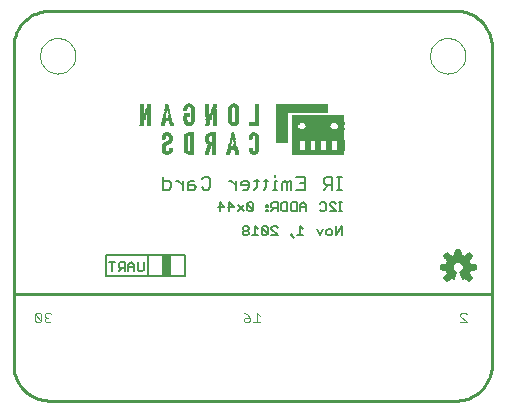
<source format=gbo>
G75*
G70*
%OFA0B0*%
%FSLAX24Y24*%
%IPPOS*%
%LPD*%
%AMOC8*
5,1,8,0,0,1.08239X$1,22.5*
%
%ADD10C,0.0080*%
%ADD11C,0.0050*%
%ADD12C,0.0100*%
%ADD13C,0.0040*%
%ADD14C,0.0000*%
%ADD15C,0.0059*%
%ADD16R,0.0089X0.0006*%
%ADD17R,0.0094X0.0006*%
%ADD18R,0.0130X0.0006*%
%ADD19R,0.0106X0.0006*%
%ADD20R,0.0201X0.0006*%
%ADD21R,0.0136X0.0006*%
%ADD22R,0.1742X0.0006*%
%ADD23R,0.0154X0.0006*%
%ADD24R,0.0112X0.0006*%
%ADD25R,0.0219X0.0006*%
%ADD26R,0.0165X0.0006*%
%ADD27R,0.1748X0.0006*%
%ADD28R,0.0177X0.0006*%
%ADD29R,0.0100X0.0006*%
%ADD30R,0.0236X0.0006*%
%ADD31R,0.0189X0.0006*%
%ADD32R,0.0195X0.0006*%
%ADD33R,0.0248X0.0006*%
%ADD34R,0.0207X0.0006*%
%ADD35R,0.0213X0.0006*%
%ADD36R,0.0260X0.0006*%
%ADD37R,0.0224X0.0006*%
%ADD38R,0.0266X0.0006*%
%ADD39R,0.0278X0.0006*%
%ADD40R,0.0254X0.0006*%
%ADD41R,0.0283X0.0006*%
%ADD42R,0.0289X0.0006*%
%ADD43R,0.0272X0.0006*%
%ADD44R,0.0295X0.0006*%
%ADD45R,0.0301X0.0006*%
%ADD46R,0.0307X0.0006*%
%ADD47R,0.0313X0.0006*%
%ADD48R,0.0319X0.0006*%
%ADD49R,0.0148X0.0006*%
%ADD50R,0.0159X0.0006*%
%ADD51R,0.0124X0.0006*%
%ADD52R,0.0118X0.0006*%
%ADD53R,0.0242X0.0006*%
%ADD54R,0.0337X0.0006*%
%ADD55R,0.0331X0.0006*%
%ADD56R,0.0325X0.0006*%
%ADD57R,0.0142X0.0006*%
%ADD58R,0.0183X0.0006*%
%ADD59R,0.0230X0.0006*%
%ADD60R,0.0419X0.0006*%
%ADD61R,0.0425X0.0006*%
%ADD62R,0.0171X0.0006*%
%ADD63R,0.0083X0.0006*%
%ADD64R,0.0041X0.0006*%
%ADD65R,0.0047X0.0006*%
%ADD66R,0.1022X0.0006*%
%ADD67R,0.0980X0.0006*%
%ADD68R,0.0957X0.0006*%
%ADD69R,0.0933X0.0006*%
%ADD70R,0.0921X0.0006*%
%ADD71R,0.0904X0.0006*%
%ADD72R,0.0892X0.0006*%
%ADD73R,0.0886X0.0006*%
%ADD74R,0.0874X0.0006*%
%ADD75R,0.0868X0.0006*%
%ADD76R,0.0856X0.0006*%
%ADD77R,0.0850X0.0006*%
%ADD78R,0.0844X0.0006*%
%ADD79R,0.0839X0.0006*%
%ADD80R,0.0833X0.0006*%
%ADD81R,0.0827X0.0006*%
%ADD82R,0.0071X0.0006*%
%ADD83R,0.0862X0.0006*%
%ADD84R,0.0880X0.0006*%
%ADD85R,0.0898X0.0006*%
%ADD86R,0.0915X0.0006*%
%ADD87R,0.0927X0.0006*%
%ADD88R,0.0945X0.0006*%
%ADD89R,0.0969X0.0006*%
%ADD90R,0.0998X0.0006*%
D10*
X003350Y004310D02*
X003350Y005010D01*
X004750Y005010D01*
X004750Y004310D01*
X003350Y004310D01*
X004750Y004310D02*
X005300Y004310D01*
X005300Y005010D01*
X005350Y005010D01*
X005350Y004310D01*
X005300Y004310D01*
X005350Y004310D02*
X005450Y004310D01*
X005450Y005010D01*
X006000Y005010D01*
X006000Y004310D01*
X005450Y004310D01*
X005400Y004360D02*
X005400Y005010D01*
X005450Y005010D01*
X005400Y005010D02*
X005350Y005010D01*
X005300Y005010D02*
X004750Y005010D01*
X005252Y007200D02*
X005462Y007200D01*
X005532Y007270D01*
X005532Y007410D01*
X005462Y007480D01*
X005252Y007480D01*
X005252Y007620D02*
X005252Y007200D01*
X005705Y007480D02*
X005775Y007480D01*
X005915Y007340D01*
X005915Y007200D02*
X005915Y007480D01*
X006096Y007410D02*
X006096Y007200D01*
X006306Y007200D01*
X006376Y007270D01*
X006306Y007340D01*
X006096Y007340D01*
X006096Y007410D02*
X006166Y007480D01*
X006306Y007480D01*
X006556Y007550D02*
X006626Y007620D01*
X006766Y007620D01*
X006836Y007550D01*
X006836Y007270D01*
X006766Y007200D01*
X006626Y007200D01*
X006556Y007270D01*
X007470Y007480D02*
X007540Y007480D01*
X007680Y007340D01*
X007680Y007200D02*
X007680Y007480D01*
X007860Y007410D02*
X007860Y007340D01*
X008141Y007340D01*
X008141Y007270D02*
X008141Y007410D01*
X008071Y007480D01*
X007931Y007480D01*
X007860Y007410D01*
X007931Y007200D02*
X008071Y007200D01*
X008141Y007270D01*
X008308Y007200D02*
X008378Y007270D01*
X008378Y007550D01*
X008448Y007480D02*
X008308Y007480D01*
X008614Y007480D02*
X008755Y007480D01*
X008685Y007550D02*
X008685Y007270D01*
X008614Y007200D01*
X008921Y007200D02*
X009062Y007200D01*
X008991Y007200D02*
X008991Y007480D01*
X009062Y007480D01*
X008991Y007620D02*
X008991Y007690D01*
X009242Y007410D02*
X009242Y007200D01*
X009382Y007200D02*
X009382Y007410D01*
X009312Y007480D01*
X009242Y007410D01*
X009382Y007410D02*
X009452Y007480D01*
X009522Y007480D01*
X009522Y007200D01*
X009702Y007200D02*
X009982Y007200D01*
X009982Y007620D01*
X009702Y007620D01*
X009842Y007410D02*
X009982Y007410D01*
X010623Y007410D02*
X010693Y007340D01*
X010903Y007340D01*
X010903Y007200D02*
X010903Y007620D01*
X010693Y007620D01*
X010623Y007550D01*
X010623Y007410D01*
X010763Y007340D02*
X010623Y007200D01*
X011070Y007200D02*
X011210Y007200D01*
X011140Y007200D02*
X011140Y007620D01*
X011210Y007620D02*
X011070Y007620D01*
D11*
X011125Y006785D02*
X011225Y006785D01*
X011175Y006785D02*
X011175Y006485D01*
X011225Y006485D02*
X011125Y006485D01*
X011010Y006485D02*
X010810Y006685D01*
X010810Y006735D01*
X010860Y006785D01*
X010960Y006785D01*
X011010Y006735D01*
X011010Y006485D02*
X010810Y006485D01*
X010688Y006535D02*
X010638Y006485D01*
X010538Y006485D01*
X010488Y006535D01*
X010688Y006535D02*
X010688Y006735D01*
X010638Y006785D01*
X010538Y006785D01*
X010488Y006735D01*
X010043Y006685D02*
X010043Y006485D01*
X010043Y006635D02*
X009843Y006635D01*
X009843Y006685D02*
X009843Y006485D01*
X009721Y006485D02*
X009571Y006485D01*
X009521Y006535D01*
X009521Y006735D01*
X009571Y006785D01*
X009721Y006785D01*
X009721Y006485D01*
X009843Y006685D02*
X009943Y006785D01*
X010043Y006685D01*
X009399Y006785D02*
X009399Y006485D01*
X009249Y006485D01*
X009199Y006535D01*
X009199Y006735D01*
X009249Y006785D01*
X009399Y006785D01*
X009077Y006785D02*
X009077Y006485D01*
X009077Y006585D02*
X008926Y006585D01*
X008876Y006635D01*
X008876Y006735D01*
X008926Y006785D01*
X009077Y006785D01*
X008976Y006585D02*
X008876Y006485D01*
X008754Y006485D02*
X008754Y006535D01*
X008704Y006535D01*
X008704Y006485D01*
X008754Y006485D01*
X008754Y006635D02*
X008754Y006685D01*
X008704Y006685D01*
X008704Y006635D01*
X008754Y006635D01*
X008271Y006535D02*
X008071Y006735D01*
X008071Y006535D01*
X008121Y006485D01*
X008221Y006485D01*
X008271Y006535D01*
X008271Y006735D01*
X008221Y006785D01*
X008121Y006785D01*
X008071Y006735D01*
X007949Y006685D02*
X007748Y006485D01*
X007626Y006635D02*
X007426Y006635D01*
X007304Y006635D02*
X007104Y006635D01*
X007154Y006485D02*
X007154Y006785D01*
X007304Y006635D01*
X007476Y006485D02*
X007476Y006785D01*
X007626Y006635D01*
X007748Y006685D02*
X007949Y006485D01*
X007960Y005985D02*
X007910Y005935D01*
X007910Y005885D01*
X007960Y005835D01*
X008060Y005835D01*
X008110Y005885D01*
X008110Y005935D01*
X008060Y005985D01*
X007960Y005985D01*
X007960Y005835D02*
X007910Y005785D01*
X007910Y005735D01*
X007960Y005685D01*
X008060Y005685D01*
X008110Y005735D01*
X008110Y005785D01*
X008060Y005835D01*
X008232Y005685D02*
X008432Y005685D01*
X008332Y005685D02*
X008332Y005985D01*
X008432Y005885D01*
X008554Y005935D02*
X008554Y005735D01*
X008604Y005685D01*
X008704Y005685D01*
X008754Y005735D01*
X008554Y005935D01*
X008604Y005985D01*
X008704Y005985D01*
X008754Y005935D01*
X008754Y005735D01*
X008876Y005685D02*
X009077Y005685D01*
X008876Y005885D01*
X008876Y005935D01*
X008926Y005985D01*
X009026Y005985D01*
X009077Y005935D01*
X009514Y005735D02*
X009514Y005685D01*
X009564Y005685D01*
X009564Y005735D01*
X009514Y005735D01*
X009514Y005685D02*
X009614Y005585D01*
X009736Y005685D02*
X009936Y005685D01*
X009836Y005685D02*
X009836Y005985D01*
X009936Y005885D01*
X010380Y005885D02*
X010480Y005685D01*
X010580Y005885D01*
X010703Y005835D02*
X010753Y005885D01*
X010853Y005885D01*
X010903Y005835D01*
X010903Y005735D01*
X010853Y005685D01*
X010753Y005685D01*
X010703Y005735D01*
X010703Y005835D01*
X011025Y005685D02*
X011025Y005985D01*
X011225Y005985D02*
X011025Y005685D01*
X011225Y005685D02*
X011225Y005985D01*
X006000Y005010D02*
X006000Y004310D01*
X005500Y004310D01*
X005500Y005010D01*
X006000Y005010D01*
X005250Y005010D02*
X005250Y004310D01*
X004750Y004310D01*
X004750Y005010D01*
X005250Y005010D01*
X004625Y004785D02*
X004625Y004535D01*
X004575Y004485D01*
X004475Y004485D01*
X004425Y004535D01*
X004425Y004785D01*
X004303Y004685D02*
X004203Y004785D01*
X004103Y004685D01*
X004103Y004485D01*
X003980Y004485D02*
X003980Y004785D01*
X003830Y004785D01*
X003780Y004735D01*
X003780Y004635D01*
X003830Y004585D01*
X003980Y004585D01*
X003880Y004585D02*
X003780Y004485D01*
X003558Y004485D02*
X003558Y004785D01*
X003658Y004785D02*
X003458Y004785D01*
X004103Y004635D02*
X004303Y004635D01*
X004303Y004685D02*
X004303Y004485D01*
D12*
X000278Y001364D02*
X000278Y011956D01*
X000280Y012023D01*
X000286Y012090D01*
X000295Y012157D01*
X000308Y012223D01*
X000325Y012288D01*
X000345Y012352D01*
X000369Y012415D01*
X000397Y012477D01*
X000428Y012536D01*
X000462Y012594D01*
X000499Y012650D01*
X000540Y012704D01*
X000583Y012756D01*
X000629Y012805D01*
X000678Y012851D01*
X000730Y012894D01*
X000784Y012935D01*
X000840Y012972D01*
X000898Y013006D01*
X000957Y013037D01*
X001019Y013065D01*
X001082Y013089D01*
X001146Y013109D01*
X001211Y013126D01*
X001277Y013139D01*
X001344Y013148D01*
X001411Y013154D01*
X001478Y013156D01*
X015022Y013156D01*
X015089Y013154D01*
X015156Y013148D01*
X015223Y013139D01*
X015289Y013126D01*
X015354Y013109D01*
X015418Y013089D01*
X015481Y013065D01*
X015543Y013037D01*
X015602Y013006D01*
X015660Y012972D01*
X015716Y012935D01*
X015770Y012894D01*
X015822Y012851D01*
X015871Y012805D01*
X015917Y012756D01*
X015960Y012704D01*
X016001Y012650D01*
X016038Y012594D01*
X016072Y012536D01*
X016103Y012477D01*
X016131Y012415D01*
X016155Y012352D01*
X016175Y012288D01*
X016192Y012223D01*
X016205Y012157D01*
X016214Y012090D01*
X016220Y012023D01*
X016222Y011956D01*
X016222Y001364D01*
X016220Y001297D01*
X016214Y001230D01*
X016205Y001163D01*
X016192Y001097D01*
X016175Y001032D01*
X016155Y000968D01*
X016131Y000905D01*
X016103Y000843D01*
X016072Y000784D01*
X016038Y000726D01*
X016001Y000670D01*
X015960Y000616D01*
X015917Y000564D01*
X015871Y000515D01*
X015822Y000469D01*
X015770Y000426D01*
X015716Y000385D01*
X015660Y000348D01*
X015602Y000314D01*
X015543Y000283D01*
X015481Y000255D01*
X015418Y000231D01*
X015354Y000211D01*
X015289Y000194D01*
X015223Y000181D01*
X015156Y000172D01*
X015089Y000166D01*
X015022Y000164D01*
X001478Y000164D01*
X001411Y000166D01*
X001344Y000172D01*
X001277Y000181D01*
X001211Y000194D01*
X001146Y000211D01*
X001082Y000231D01*
X001019Y000255D01*
X000957Y000283D01*
X000898Y000314D01*
X000840Y000348D01*
X000784Y000385D01*
X000730Y000426D01*
X000678Y000469D01*
X000629Y000515D01*
X000583Y000564D01*
X000540Y000616D01*
X000499Y000670D01*
X000462Y000726D01*
X000428Y000784D01*
X000397Y000843D01*
X000369Y000905D01*
X000345Y000968D01*
X000325Y001032D01*
X000308Y001097D01*
X000295Y001163D01*
X000286Y001230D01*
X000280Y001297D01*
X000278Y001364D01*
X000309Y003707D02*
X016191Y003707D01*
D13*
X015380Y003039D02*
X015328Y003090D01*
X015225Y003090D01*
X015173Y003039D01*
X015173Y002987D01*
X015380Y002780D01*
X015173Y002780D01*
X008480Y002780D02*
X008273Y002780D01*
X008377Y002780D02*
X008377Y003090D01*
X008480Y002987D01*
X008158Y002935D02*
X008158Y002832D01*
X008106Y002780D01*
X008003Y002780D01*
X007951Y002832D01*
X007951Y002883D01*
X008003Y002935D01*
X008158Y002935D01*
X008054Y003039D01*
X007951Y003090D01*
X001530Y003039D02*
X001478Y003090D01*
X001375Y003090D01*
X001323Y003039D01*
X001323Y002987D01*
X001375Y002935D01*
X001323Y002883D01*
X001323Y002832D01*
X001375Y002780D01*
X001478Y002780D01*
X001530Y002832D01*
X001427Y002935D02*
X001375Y002935D01*
X001208Y002832D02*
X001156Y002780D01*
X001053Y002780D01*
X001001Y002832D01*
X001001Y003039D01*
X001208Y002832D01*
X001208Y003039D01*
X001156Y003090D01*
X001053Y003090D01*
X001001Y003039D01*
D14*
X001159Y011660D02*
X001161Y011708D01*
X001167Y011756D01*
X001177Y011803D01*
X001190Y011849D01*
X001208Y011894D01*
X001228Y011938D01*
X001253Y011980D01*
X001281Y012019D01*
X001311Y012056D01*
X001345Y012090D01*
X001382Y012122D01*
X001420Y012151D01*
X001461Y012176D01*
X001504Y012198D01*
X001549Y012216D01*
X001595Y012230D01*
X001642Y012241D01*
X001690Y012248D01*
X001738Y012251D01*
X001786Y012250D01*
X001834Y012245D01*
X001882Y012236D01*
X001928Y012224D01*
X001973Y012207D01*
X002017Y012187D01*
X002059Y012164D01*
X002099Y012137D01*
X002137Y012107D01*
X002172Y012074D01*
X002204Y012038D01*
X002234Y012000D01*
X002260Y011959D01*
X002282Y011916D01*
X002302Y011872D01*
X002317Y011827D01*
X002329Y011780D01*
X002337Y011732D01*
X002341Y011684D01*
X002341Y011636D01*
X002337Y011588D01*
X002329Y011540D01*
X002317Y011493D01*
X002302Y011448D01*
X002282Y011404D01*
X002260Y011361D01*
X002234Y011320D01*
X002204Y011282D01*
X002172Y011246D01*
X002137Y011213D01*
X002099Y011183D01*
X002059Y011156D01*
X002017Y011133D01*
X001973Y011113D01*
X001928Y011096D01*
X001882Y011084D01*
X001834Y011075D01*
X001786Y011070D01*
X001738Y011069D01*
X001690Y011072D01*
X001642Y011079D01*
X001595Y011090D01*
X001549Y011104D01*
X001504Y011122D01*
X001461Y011144D01*
X001420Y011169D01*
X001382Y011198D01*
X001345Y011230D01*
X001311Y011264D01*
X001281Y011301D01*
X001253Y011340D01*
X001228Y011382D01*
X001208Y011426D01*
X001190Y011471D01*
X001177Y011517D01*
X001167Y011564D01*
X001161Y011612D01*
X001159Y011660D01*
X014159Y011660D02*
X014161Y011708D01*
X014167Y011756D01*
X014177Y011803D01*
X014190Y011849D01*
X014208Y011894D01*
X014228Y011938D01*
X014253Y011980D01*
X014281Y012019D01*
X014311Y012056D01*
X014345Y012090D01*
X014382Y012122D01*
X014420Y012151D01*
X014461Y012176D01*
X014504Y012198D01*
X014549Y012216D01*
X014595Y012230D01*
X014642Y012241D01*
X014690Y012248D01*
X014738Y012251D01*
X014786Y012250D01*
X014834Y012245D01*
X014882Y012236D01*
X014928Y012224D01*
X014973Y012207D01*
X015017Y012187D01*
X015059Y012164D01*
X015099Y012137D01*
X015137Y012107D01*
X015172Y012074D01*
X015204Y012038D01*
X015234Y012000D01*
X015260Y011959D01*
X015282Y011916D01*
X015302Y011872D01*
X015317Y011827D01*
X015329Y011780D01*
X015337Y011732D01*
X015341Y011684D01*
X015341Y011636D01*
X015337Y011588D01*
X015329Y011540D01*
X015317Y011493D01*
X015302Y011448D01*
X015282Y011404D01*
X015260Y011361D01*
X015234Y011320D01*
X015204Y011282D01*
X015172Y011246D01*
X015137Y011213D01*
X015099Y011183D01*
X015059Y011156D01*
X015017Y011133D01*
X014973Y011113D01*
X014928Y011096D01*
X014882Y011084D01*
X014834Y011075D01*
X014786Y011070D01*
X014738Y011069D01*
X014690Y011072D01*
X014642Y011079D01*
X014595Y011090D01*
X014549Y011104D01*
X014504Y011122D01*
X014461Y011144D01*
X014420Y011169D01*
X014382Y011198D01*
X014345Y011230D01*
X014311Y011264D01*
X014281Y011301D01*
X014253Y011340D01*
X014228Y011382D01*
X014208Y011426D01*
X014190Y011471D01*
X014177Y011517D01*
X014167Y011564D01*
X014161Y011612D01*
X014159Y011660D01*
D15*
X015028Y005196D02*
X015172Y005196D01*
X015191Y005006D01*
X015255Y004985D01*
X015315Y004954D01*
X015464Y005075D01*
X015565Y004974D01*
X015444Y004825D01*
X015475Y004765D01*
X015496Y004701D01*
X015686Y004682D01*
X015686Y004538D01*
X015496Y004519D01*
X015475Y004455D01*
X015444Y004395D01*
X015565Y004246D01*
X015464Y004145D01*
X015315Y004266D01*
X015255Y004235D01*
X015171Y004439D01*
X015208Y004461D01*
X015240Y004490D01*
X015264Y004526D01*
X015279Y004567D01*
X015285Y004610D01*
X015279Y004654D01*
X015264Y004695D01*
X015239Y004732D01*
X015206Y004761D01*
X015167Y004782D01*
X015124Y004793D01*
X015080Y004793D01*
X015037Y004783D01*
X014998Y004763D01*
X014964Y004735D01*
X014938Y004699D01*
X014922Y004658D01*
X014916Y004614D01*
X014920Y004570D01*
X014935Y004528D01*
X014959Y004491D01*
X014991Y004461D01*
X015029Y004439D01*
X014945Y004235D01*
X014885Y004266D01*
X014736Y004145D01*
X014635Y004246D01*
X014756Y004395D01*
X014725Y004455D01*
X014704Y004519D01*
X014514Y004538D01*
X014514Y004682D01*
X014704Y004701D01*
X014725Y004765D01*
X014756Y004825D01*
X014635Y004974D01*
X014736Y005075D01*
X014885Y004954D01*
X014945Y004985D01*
X015009Y005006D01*
X015028Y005196D01*
X015025Y005164D02*
X015175Y005164D01*
X015181Y005106D02*
X015019Y005106D01*
X015013Y005048D02*
X015187Y005048D01*
X015237Y004991D02*
X014963Y004991D01*
X014840Y004991D02*
X014652Y004991D01*
X014667Y004933D02*
X015533Y004933D01*
X015548Y004991D02*
X015360Y004991D01*
X015431Y005048D02*
X015490Y005048D01*
X015486Y004876D02*
X014714Y004876D01*
X014752Y004818D02*
X015448Y004818D01*
X015477Y004761D02*
X015206Y004761D01*
X015258Y004703D02*
X015495Y004703D01*
X015686Y004646D02*
X015280Y004646D01*
X015282Y004588D02*
X015686Y004588D01*
X015612Y004530D02*
X015266Y004530D01*
X015222Y004473D02*
X015481Y004473D01*
X015455Y004415D02*
X015181Y004415D01*
X015204Y004358D02*
X015475Y004358D01*
X015521Y004300D02*
X015228Y004300D01*
X015252Y004243D02*
X015271Y004243D01*
X015343Y004243D02*
X015562Y004243D01*
X015504Y004185D02*
X015414Y004185D01*
X014996Y004358D02*
X014725Y004358D01*
X014745Y004415D02*
X015019Y004415D01*
X014978Y004473D02*
X014719Y004473D01*
X014588Y004530D02*
X014934Y004530D01*
X014918Y004588D02*
X014514Y004588D01*
X014514Y004646D02*
X014920Y004646D01*
X014941Y004703D02*
X014705Y004703D01*
X014723Y004761D02*
X014994Y004761D01*
X014769Y005048D02*
X014710Y005048D01*
X014679Y004300D02*
X014972Y004300D01*
X014948Y004243D02*
X014929Y004243D01*
X014857Y004243D02*
X014638Y004243D01*
X014696Y004185D02*
X014786Y004185D01*
D16*
X008293Y008355D03*
X007649Y008768D03*
X007643Y008798D03*
X007643Y008804D03*
X007637Y008821D03*
X007637Y008827D03*
X007637Y008833D03*
X007631Y008845D03*
X007631Y008851D03*
X007631Y008857D03*
X007537Y008857D03*
X007531Y008833D03*
X007531Y008827D03*
X007525Y008804D03*
X007519Y008774D03*
X007584Y009069D03*
X005476Y009707D03*
X005470Y009731D03*
X005470Y009737D03*
X005464Y009760D03*
X005464Y009766D03*
X005458Y009784D03*
X005458Y009790D03*
X005458Y009796D03*
X005452Y009814D03*
X005358Y009814D03*
X005358Y009808D03*
X005352Y009790D03*
X005352Y009784D03*
X005346Y009760D03*
X005346Y009754D03*
X005340Y009731D03*
X005405Y010026D03*
X005405Y010032D03*
D17*
X005408Y010020D03*
X005455Y009808D03*
X005455Y009802D03*
X005461Y009778D03*
X005461Y009772D03*
X005467Y009754D03*
X005467Y009749D03*
X005467Y009743D03*
X005473Y009725D03*
X005473Y009719D03*
X005473Y009713D03*
X005479Y009701D03*
X005479Y009695D03*
X005479Y009690D03*
X005479Y009684D03*
X005479Y009678D03*
X005485Y009672D03*
X005485Y009666D03*
X005485Y009660D03*
X005485Y009654D03*
X005491Y009642D03*
X005491Y009636D03*
X005491Y009630D03*
X005491Y009625D03*
X005497Y009613D03*
X005497Y009607D03*
X005497Y009601D03*
X005503Y009583D03*
X005503Y009577D03*
X005503Y009571D03*
X005319Y009625D03*
X005319Y009630D03*
X005319Y009636D03*
X005325Y009648D03*
X005325Y009654D03*
X005325Y009660D03*
X005325Y009666D03*
X005331Y009678D03*
X005331Y009684D03*
X005331Y009690D03*
X005331Y009695D03*
X005337Y009701D03*
X005337Y009707D03*
X005337Y009713D03*
X005337Y009719D03*
X005337Y009725D03*
X005343Y009737D03*
X005343Y009743D03*
X005343Y009749D03*
X005349Y009766D03*
X005349Y009772D03*
X005349Y009778D03*
X005355Y009796D03*
X005355Y009802D03*
X005314Y009607D03*
X005314Y009601D03*
X005308Y009577D03*
X005308Y009571D03*
X004694Y009731D03*
X004688Y009713D03*
X004682Y009695D03*
X004676Y009684D03*
X004670Y009666D03*
X004664Y009648D03*
X004658Y009630D03*
X004652Y009619D03*
X005402Y008355D03*
X006849Y009619D03*
X006855Y009636D03*
X006861Y009648D03*
X006867Y009666D03*
X006873Y009684D03*
X006879Y009701D03*
X006890Y009731D03*
X007581Y009064D03*
X007581Y009058D03*
X007534Y008851D03*
X007534Y008845D03*
X007534Y008839D03*
X007528Y008821D03*
X007528Y008816D03*
X007528Y008810D03*
X007522Y008798D03*
X007522Y008792D03*
X007522Y008786D03*
X007522Y008780D03*
X007516Y008768D03*
X007516Y008762D03*
X007516Y008756D03*
X007516Y008751D03*
X007510Y008745D03*
X007510Y008739D03*
X007510Y008733D03*
X007510Y008727D03*
X007510Y008721D03*
X007505Y008715D03*
X007505Y008709D03*
X007505Y008703D03*
X007505Y008697D03*
X007499Y008686D03*
X007499Y008680D03*
X007499Y008674D03*
X007493Y008656D03*
X007493Y008650D03*
X007493Y008644D03*
X007487Y008621D03*
X007670Y008662D03*
X007670Y008668D03*
X007670Y008674D03*
X007670Y008680D03*
X007664Y008691D03*
X007664Y008697D03*
X007664Y008703D03*
X007664Y008709D03*
X007658Y008715D03*
X007658Y008721D03*
X007658Y008727D03*
X007658Y008733D03*
X007658Y008739D03*
X007652Y008745D03*
X007652Y008751D03*
X007652Y008756D03*
X007652Y008762D03*
X007646Y008774D03*
X007646Y008780D03*
X007646Y008786D03*
X007646Y008792D03*
X007640Y008810D03*
X007640Y008816D03*
X007634Y008839D03*
X007676Y008650D03*
X007676Y008644D03*
X007676Y008638D03*
X007682Y008621D03*
X007682Y008615D03*
D18*
X007581Y008981D03*
X007510Y009424D03*
X007711Y009424D03*
X007711Y009926D03*
X007510Y009926D03*
X006985Y009949D03*
X006985Y009955D03*
X006755Y009406D03*
X006755Y009400D03*
X006755Y009394D03*
X006760Y008969D03*
X006760Y008762D03*
X006040Y008461D03*
X005508Y008461D03*
X005302Y008656D03*
X005302Y008969D03*
X005503Y008969D03*
X006229Y009424D03*
X006229Y009926D03*
X006028Y009926D03*
X004788Y009943D03*
X004788Y009949D03*
X004788Y009955D03*
X004558Y009406D03*
X004558Y009400D03*
X004558Y009394D03*
X008201Y008461D03*
X008296Y008361D03*
X008390Y008461D03*
X008390Y008969D03*
D19*
X008408Y008928D03*
X008408Y008922D03*
X008408Y008916D03*
X008408Y008910D03*
X008408Y008904D03*
X008408Y008898D03*
X008408Y008892D03*
X008408Y008886D03*
X008408Y008880D03*
X008408Y008875D03*
X008408Y008869D03*
X008408Y008863D03*
X008408Y008857D03*
X008408Y008851D03*
X008408Y008845D03*
X008408Y008839D03*
X008408Y008833D03*
X008408Y008827D03*
X008408Y008821D03*
X008408Y008816D03*
X008408Y008810D03*
X008408Y008804D03*
X008408Y008798D03*
X008408Y008792D03*
X008408Y008786D03*
X008408Y008780D03*
X008408Y008774D03*
X008408Y008768D03*
X008408Y008762D03*
X008408Y008756D03*
X008408Y008751D03*
X008408Y008745D03*
X008408Y008739D03*
X008408Y008733D03*
X008408Y008727D03*
X008408Y008721D03*
X008408Y008715D03*
X008408Y008709D03*
X008408Y008703D03*
X008408Y008697D03*
X008408Y008691D03*
X008408Y008686D03*
X008408Y008680D03*
X008408Y008674D03*
X008408Y008668D03*
X008408Y008662D03*
X008408Y008656D03*
X008408Y008650D03*
X008408Y008644D03*
X008408Y008638D03*
X008408Y008632D03*
X008408Y008627D03*
X008408Y008621D03*
X008408Y008615D03*
X008408Y008609D03*
X008408Y008603D03*
X008408Y008597D03*
X008408Y008591D03*
X008408Y008585D03*
X008408Y008579D03*
X008408Y008573D03*
X008408Y008567D03*
X008408Y008562D03*
X008408Y008556D03*
X008408Y008550D03*
X008408Y008544D03*
X008408Y008538D03*
X008408Y008532D03*
X008408Y008526D03*
X008408Y008520D03*
X008408Y008514D03*
X008408Y008508D03*
X008408Y008503D03*
X008178Y008503D03*
X008178Y008508D03*
X008178Y008514D03*
X008178Y008520D03*
X008178Y008526D03*
X008178Y008532D03*
X008178Y008538D03*
X008178Y008544D03*
X008178Y008550D03*
X008178Y008556D03*
X008178Y008875D03*
X008178Y008880D03*
X008178Y008886D03*
X008178Y008892D03*
X008178Y008898D03*
X008178Y008904D03*
X008178Y008910D03*
X008178Y008916D03*
X008178Y008922D03*
X008178Y008928D03*
X007581Y009034D03*
X007611Y009317D03*
X007729Y009453D03*
X007729Y009459D03*
X007729Y009465D03*
X007729Y009471D03*
X007735Y009489D03*
X007735Y009495D03*
X007735Y009501D03*
X007735Y009506D03*
X007735Y009512D03*
X007735Y009518D03*
X007735Y009524D03*
X007735Y009530D03*
X007735Y009536D03*
X007735Y009542D03*
X007735Y009548D03*
X007735Y009554D03*
X007735Y009560D03*
X007735Y009566D03*
X007735Y009571D03*
X007735Y009577D03*
X007735Y009583D03*
X007735Y009589D03*
X007735Y009595D03*
X007735Y009601D03*
X007735Y009607D03*
X007735Y009613D03*
X007735Y009619D03*
X007735Y009625D03*
X007735Y009630D03*
X007735Y009636D03*
X007735Y009642D03*
X007735Y009648D03*
X007735Y009654D03*
X007735Y009660D03*
X007735Y009666D03*
X007735Y009672D03*
X007735Y009678D03*
X007735Y009684D03*
X007735Y009690D03*
X007735Y009695D03*
X007735Y009701D03*
X007735Y009707D03*
X007735Y009713D03*
X007735Y009719D03*
X007735Y009725D03*
X007735Y009731D03*
X007735Y009737D03*
X007735Y009743D03*
X007735Y009749D03*
X007735Y009754D03*
X007735Y009760D03*
X007735Y009766D03*
X007735Y009772D03*
X007735Y009778D03*
X007735Y009784D03*
X007735Y009790D03*
X007735Y009796D03*
X007735Y009802D03*
X007735Y009808D03*
X007735Y009814D03*
X007735Y009819D03*
X007735Y009825D03*
X007735Y009831D03*
X007735Y009837D03*
X007735Y009843D03*
X007735Y009849D03*
X007735Y009855D03*
X007735Y009861D03*
X007729Y009879D03*
X007729Y009884D03*
X007729Y009890D03*
X007729Y009896D03*
X007611Y010032D03*
X007493Y009896D03*
X007493Y009890D03*
X007493Y009884D03*
X007493Y009879D03*
X007493Y009873D03*
X007493Y009867D03*
X007493Y009861D03*
X007493Y009855D03*
X007493Y009849D03*
X007493Y009843D03*
X007493Y009837D03*
X007493Y009831D03*
X007493Y009825D03*
X007493Y009819D03*
X007493Y009814D03*
X007493Y009808D03*
X007493Y009802D03*
X007493Y009796D03*
X007493Y009790D03*
X007493Y009784D03*
X007493Y009778D03*
X007493Y009772D03*
X007493Y009766D03*
X007493Y009760D03*
X007493Y009754D03*
X007493Y009749D03*
X007493Y009743D03*
X007493Y009737D03*
X007493Y009731D03*
X007493Y009725D03*
X007493Y009719D03*
X007493Y009713D03*
X007493Y009707D03*
X007493Y009701D03*
X007493Y009695D03*
X007493Y009690D03*
X007493Y009684D03*
X007493Y009678D03*
X007493Y009672D03*
X007493Y009666D03*
X007493Y009660D03*
X007493Y009654D03*
X007493Y009648D03*
X007493Y009642D03*
X007493Y009636D03*
X007493Y009630D03*
X007493Y009625D03*
X007493Y009619D03*
X007493Y009613D03*
X007493Y009607D03*
X007493Y009601D03*
X007493Y009595D03*
X007493Y009589D03*
X007493Y009583D03*
X007493Y009577D03*
X007493Y009571D03*
X007493Y009566D03*
X007493Y009560D03*
X007493Y009554D03*
X007493Y009548D03*
X007493Y009542D03*
X007493Y009536D03*
X007493Y009530D03*
X007493Y009524D03*
X007493Y009518D03*
X007493Y009512D03*
X007493Y009506D03*
X007493Y009501D03*
X007493Y009495D03*
X007493Y009489D03*
X007493Y009483D03*
X007493Y009477D03*
X007493Y009471D03*
X007493Y009465D03*
X007493Y009459D03*
X007493Y009453D03*
X006997Y009453D03*
X006997Y009447D03*
X006997Y009441D03*
X006997Y009436D03*
X006997Y009430D03*
X006997Y009424D03*
X006997Y009418D03*
X006997Y009412D03*
X006997Y009406D03*
X006997Y009400D03*
X006997Y009394D03*
X006997Y009388D03*
X006997Y009382D03*
X006997Y009377D03*
X006997Y009371D03*
X006997Y009365D03*
X006997Y009359D03*
X006997Y009353D03*
X006997Y009347D03*
X006997Y009341D03*
X006997Y009335D03*
X006997Y009329D03*
X006997Y009323D03*
X006997Y009317D03*
X006997Y009459D03*
X006997Y009465D03*
X006997Y009471D03*
X006997Y009477D03*
X006997Y009483D03*
X006997Y009489D03*
X006997Y009495D03*
X006997Y009501D03*
X006997Y009506D03*
X006997Y009512D03*
X006997Y009518D03*
X006997Y009524D03*
X006997Y009530D03*
X006997Y009536D03*
X006997Y009542D03*
X006997Y009548D03*
X006997Y009554D03*
X006997Y009560D03*
X006997Y009566D03*
X006997Y009571D03*
X006997Y009577D03*
X006997Y009583D03*
X006997Y009589D03*
X006997Y009595D03*
X006997Y009601D03*
X006997Y009607D03*
X006997Y009613D03*
X006997Y009619D03*
X006997Y009625D03*
X006997Y009630D03*
X006997Y009636D03*
X006997Y009642D03*
X006997Y009648D03*
X006997Y009654D03*
X006997Y009660D03*
X006997Y009666D03*
X006997Y009672D03*
X006997Y009678D03*
X006997Y009684D03*
X006997Y009690D03*
X006997Y009695D03*
X006997Y009701D03*
X006997Y009707D03*
X006997Y009713D03*
X006997Y009719D03*
X006997Y009725D03*
X006997Y009731D03*
X006743Y009731D03*
X006743Y009737D03*
X006743Y009743D03*
X006743Y009749D03*
X006743Y009754D03*
X006743Y009760D03*
X006743Y009766D03*
X006743Y009772D03*
X006743Y009778D03*
X006743Y009784D03*
X006743Y009790D03*
X006743Y009796D03*
X006743Y009802D03*
X006743Y009808D03*
X006743Y009814D03*
X006743Y009819D03*
X006743Y009825D03*
X006743Y009831D03*
X006743Y009837D03*
X006743Y009843D03*
X006743Y009849D03*
X006743Y009855D03*
X006743Y009861D03*
X006743Y009867D03*
X006743Y009873D03*
X006743Y009879D03*
X006743Y009884D03*
X006743Y009890D03*
X006743Y009896D03*
X006743Y009902D03*
X006743Y009908D03*
X006743Y009914D03*
X006743Y009920D03*
X006743Y009926D03*
X006743Y009932D03*
X006743Y009938D03*
X006743Y009943D03*
X006743Y009949D03*
X006743Y009955D03*
X006743Y009961D03*
X006743Y009967D03*
X006743Y009973D03*
X006743Y009979D03*
X006743Y009985D03*
X006743Y009991D03*
X006743Y009997D03*
X006743Y010003D03*
X006743Y010008D03*
X006743Y010014D03*
X006743Y010020D03*
X006743Y010026D03*
X006743Y010032D03*
X006997Y010020D03*
X006997Y010014D03*
X006743Y009725D03*
X006743Y009719D03*
X006743Y009713D03*
X006743Y009707D03*
X006743Y009701D03*
X006743Y009695D03*
X006743Y009690D03*
X006743Y009684D03*
X006743Y009678D03*
X006743Y009672D03*
X006743Y009666D03*
X006743Y009660D03*
X006743Y009654D03*
X006743Y009648D03*
X006743Y009642D03*
X006743Y009636D03*
X006743Y009630D03*
X006743Y009625D03*
X006743Y009619D03*
X006743Y009341D03*
X006743Y009335D03*
X006743Y009329D03*
X006743Y008945D03*
X006737Y008934D03*
X006737Y008928D03*
X006737Y008922D03*
X006737Y008916D03*
X006731Y008904D03*
X006731Y008898D03*
X006731Y008892D03*
X006731Y008886D03*
X006731Y008880D03*
X006731Y008875D03*
X006731Y008869D03*
X006731Y008863D03*
X006731Y008857D03*
X006731Y008851D03*
X006731Y008845D03*
X006731Y008839D03*
X006731Y008833D03*
X006731Y008827D03*
X006737Y008816D03*
X006737Y008810D03*
X006737Y008804D03*
X006737Y008798D03*
X006743Y008786D03*
X006808Y008650D03*
X006802Y008632D03*
X006802Y008627D03*
X006796Y008615D03*
X006796Y008609D03*
X006790Y008597D03*
X006790Y008591D03*
X006784Y008579D03*
X006784Y008573D03*
X006778Y008562D03*
X006778Y008556D03*
X006772Y008544D03*
X006772Y008538D03*
X006766Y008526D03*
X006766Y008520D03*
X006760Y008508D03*
X006760Y008503D03*
X006755Y008491D03*
X006755Y008485D03*
X006749Y008473D03*
X006749Y008467D03*
X006743Y008455D03*
X006743Y008449D03*
X006737Y008432D03*
X006731Y008414D03*
X006725Y008396D03*
X006719Y008379D03*
X006713Y008361D03*
X006973Y008361D03*
X006973Y008367D03*
X006973Y008373D03*
X006973Y008379D03*
X006973Y008384D03*
X006973Y008390D03*
X006973Y008396D03*
X006973Y008402D03*
X006973Y008408D03*
X006973Y008414D03*
X006973Y008420D03*
X006973Y008426D03*
X006973Y008432D03*
X006973Y008438D03*
X006973Y008443D03*
X006973Y008449D03*
X006973Y008455D03*
X006973Y008461D03*
X006973Y008467D03*
X006973Y008473D03*
X006973Y008479D03*
X006973Y008485D03*
X006973Y008491D03*
X006973Y008497D03*
X006973Y008503D03*
X006973Y008508D03*
X006973Y008514D03*
X006973Y008520D03*
X006973Y008526D03*
X006973Y008532D03*
X006973Y008538D03*
X006973Y008544D03*
X006973Y008550D03*
X006973Y008556D03*
X006973Y008562D03*
X006973Y008567D03*
X006973Y008573D03*
X006973Y008579D03*
X006973Y008585D03*
X006973Y008591D03*
X006973Y008597D03*
X006973Y008603D03*
X006973Y008609D03*
X006973Y008615D03*
X006973Y008621D03*
X006973Y008627D03*
X006973Y008632D03*
X006973Y008638D03*
X006973Y008644D03*
X006973Y008650D03*
X006973Y008656D03*
X006973Y008756D03*
X006973Y008762D03*
X006973Y008768D03*
X006973Y008774D03*
X006973Y008780D03*
X006973Y008786D03*
X006973Y008792D03*
X006973Y008798D03*
X006973Y008804D03*
X006973Y008810D03*
X006973Y008816D03*
X006973Y008821D03*
X006973Y008827D03*
X006973Y008833D03*
X006973Y008839D03*
X006973Y008845D03*
X006973Y008851D03*
X006973Y008857D03*
X006973Y008863D03*
X006973Y008869D03*
X006973Y008875D03*
X006973Y008880D03*
X006973Y008886D03*
X006973Y008892D03*
X006973Y008898D03*
X006973Y008904D03*
X006973Y008910D03*
X006973Y008916D03*
X006973Y008922D03*
X006973Y008928D03*
X006973Y008934D03*
X006973Y008940D03*
X006973Y008945D03*
X006973Y008951D03*
X006973Y008957D03*
X006973Y008963D03*
X006973Y008969D03*
X006973Y008975D03*
X007463Y008508D03*
X007457Y008479D03*
X007451Y008455D03*
X007451Y008449D03*
X007445Y008426D03*
X007445Y008420D03*
X007440Y008402D03*
X007440Y008396D03*
X007440Y008390D03*
X007434Y008373D03*
X007434Y008367D03*
X007434Y008361D03*
X007711Y008467D03*
X007711Y008473D03*
X007705Y008497D03*
X007717Y008443D03*
X007717Y008438D03*
X007723Y008420D03*
X007723Y008414D03*
X007723Y008408D03*
X007729Y008390D03*
X007729Y008384D03*
X007729Y008379D03*
X007735Y008367D03*
X007735Y008361D03*
X008402Y009424D03*
X008402Y009430D03*
X008402Y009436D03*
X008402Y009441D03*
X008402Y009447D03*
X008402Y009453D03*
X008402Y009459D03*
X008402Y009465D03*
X008402Y009471D03*
X008402Y009477D03*
X008402Y009483D03*
X008402Y009489D03*
X008402Y009495D03*
X008402Y009501D03*
X008402Y009506D03*
X008402Y009512D03*
X008402Y009518D03*
X008402Y009524D03*
X008402Y009530D03*
X008402Y009536D03*
X008402Y009542D03*
X008402Y009548D03*
X008402Y009554D03*
X008402Y009560D03*
X008402Y009566D03*
X008402Y009571D03*
X008402Y009577D03*
X008402Y009583D03*
X008402Y009589D03*
X008402Y009595D03*
X008402Y009601D03*
X008402Y009607D03*
X008402Y009613D03*
X008402Y009619D03*
X008402Y009625D03*
X008402Y009630D03*
X008402Y009636D03*
X008402Y009642D03*
X008402Y009648D03*
X008402Y009654D03*
X008402Y009660D03*
X008402Y009666D03*
X008402Y009672D03*
X008402Y009678D03*
X008402Y009684D03*
X008402Y009690D03*
X008402Y009695D03*
X008402Y009701D03*
X008402Y009707D03*
X008402Y009713D03*
X008402Y009719D03*
X008402Y009725D03*
X008402Y009731D03*
X008402Y009737D03*
X008402Y009743D03*
X008402Y009749D03*
X008402Y009754D03*
X008402Y009760D03*
X008402Y009766D03*
X008402Y009772D03*
X008402Y009778D03*
X008402Y009784D03*
X008402Y009790D03*
X008402Y009796D03*
X008402Y009802D03*
X008402Y009808D03*
X008402Y009814D03*
X008402Y009819D03*
X008402Y009825D03*
X008402Y009831D03*
X008402Y009837D03*
X008402Y009843D03*
X008402Y009849D03*
X008402Y009855D03*
X008402Y009861D03*
X008402Y009867D03*
X008402Y009873D03*
X008402Y009879D03*
X008402Y009884D03*
X008402Y009890D03*
X008402Y009896D03*
X008402Y009902D03*
X008402Y009908D03*
X008402Y009914D03*
X008402Y009920D03*
X008402Y009926D03*
X008402Y009932D03*
X008402Y009938D03*
X008402Y009943D03*
X008402Y009949D03*
X008402Y009955D03*
X008402Y009961D03*
X008402Y009967D03*
X008402Y009973D03*
X008402Y009979D03*
X008402Y009985D03*
X008402Y009991D03*
X008402Y009997D03*
X008402Y010003D03*
X008402Y010008D03*
X008402Y010014D03*
X008402Y010020D03*
X008402Y010026D03*
X008402Y010032D03*
X006247Y009896D03*
X006247Y009890D03*
X006247Y009884D03*
X006247Y009879D03*
X006247Y009873D03*
X006247Y009867D03*
X006247Y009861D03*
X006247Y009855D03*
X006247Y009849D03*
X006247Y009843D03*
X006247Y009837D03*
X006247Y009831D03*
X006247Y009825D03*
X006247Y009819D03*
X006247Y009814D03*
X006247Y009808D03*
X006247Y009802D03*
X006247Y009796D03*
X006247Y009790D03*
X006247Y009784D03*
X006247Y009778D03*
X006247Y009772D03*
X006247Y009766D03*
X006247Y009760D03*
X006247Y009754D03*
X006247Y009749D03*
X006247Y009743D03*
X006247Y009737D03*
X006247Y009731D03*
X006247Y009725D03*
X006247Y009719D03*
X006247Y009713D03*
X006247Y009707D03*
X006247Y009701D03*
X006247Y009695D03*
X006247Y009690D03*
X006247Y009684D03*
X006247Y009678D03*
X006247Y009672D03*
X006247Y009666D03*
X006247Y009660D03*
X006247Y009654D03*
X006247Y009648D03*
X006247Y009642D03*
X006247Y009636D03*
X006247Y009630D03*
X006247Y009625D03*
X006247Y009619D03*
X006247Y009613D03*
X006247Y009607D03*
X006247Y009601D03*
X006247Y009595D03*
X006247Y009589D03*
X006247Y009583D03*
X006247Y009577D03*
X006247Y009571D03*
X006247Y009566D03*
X006247Y009560D03*
X006247Y009554D03*
X006247Y009548D03*
X006247Y009542D03*
X006247Y009536D03*
X006247Y009530D03*
X006247Y009524D03*
X006247Y009518D03*
X006247Y009512D03*
X006247Y009506D03*
X006247Y009501D03*
X006247Y009495D03*
X006247Y009489D03*
X006247Y009483D03*
X006247Y009477D03*
X006247Y009471D03*
X006247Y009465D03*
X006247Y009459D03*
X006247Y009453D03*
X006010Y009453D03*
X006010Y009459D03*
X006010Y009465D03*
X006010Y009471D03*
X006005Y009483D03*
X006005Y009489D03*
X006005Y009495D03*
X006005Y009501D03*
X006005Y009506D03*
X006005Y009512D03*
X006005Y009518D03*
X006005Y009524D03*
X006005Y009530D03*
X006005Y009536D03*
X006005Y009542D03*
X006005Y009548D03*
X006005Y009554D03*
X006005Y009560D03*
X006005Y009566D03*
X006005Y009571D03*
X006005Y009577D03*
X006005Y009583D03*
X006005Y009589D03*
X006005Y009595D03*
X006005Y009601D03*
X006005Y009607D03*
X006005Y009613D03*
X006005Y009619D03*
X006005Y009831D03*
X006005Y009837D03*
X006005Y009843D03*
X006005Y009849D03*
X006005Y009855D03*
X006005Y009861D03*
X006005Y009867D03*
X006010Y009879D03*
X006010Y009884D03*
X006010Y009890D03*
X006010Y009896D03*
X006129Y010032D03*
X005532Y009436D03*
X005538Y009412D03*
X005538Y009406D03*
X005544Y009382D03*
X005544Y009377D03*
X005550Y009359D03*
X005550Y009353D03*
X005550Y009347D03*
X005550Y009341D03*
X005556Y009329D03*
X005556Y009323D03*
X005556Y009317D03*
X005266Y009371D03*
X005266Y009377D03*
X005266Y009382D03*
X005272Y009400D03*
X005272Y009406D03*
X005278Y009430D03*
X005278Y009436D03*
X005284Y009459D03*
X005260Y009353D03*
X005260Y009347D03*
X005260Y009341D03*
X005255Y009329D03*
X005255Y009323D03*
X005255Y009317D03*
X005402Y009075D03*
X005520Y008940D03*
X005520Y008934D03*
X005520Y008928D03*
X005520Y008922D03*
X005526Y008916D03*
X005526Y008910D03*
X005526Y008904D03*
X005526Y008898D03*
X005526Y008892D03*
X005526Y008886D03*
X005526Y008880D03*
X005526Y008875D03*
X005526Y008869D03*
X005526Y008863D03*
X005526Y008857D03*
X005526Y008851D03*
X005526Y008845D03*
X005520Y008839D03*
X005520Y008833D03*
X005520Y008827D03*
X005278Y008875D03*
X005278Y008880D03*
X005278Y008886D03*
X005278Y008892D03*
X005278Y008898D03*
X005278Y008904D03*
X005284Y008928D03*
X005284Y008627D03*
X005284Y008621D03*
X005284Y008615D03*
X005284Y008609D03*
X005284Y008603D03*
X005284Y008597D03*
X005284Y008591D03*
X005278Y008573D03*
X005278Y008567D03*
X005278Y008562D03*
X005278Y008556D03*
X005284Y008526D03*
X005284Y008520D03*
X005284Y008514D03*
X005284Y008508D03*
X005284Y008503D03*
X005284Y008497D03*
X005290Y008491D03*
X005290Y008485D03*
X005526Y008497D03*
X005532Y008508D03*
X005532Y008514D03*
X005532Y008520D03*
X005532Y008526D03*
X005532Y008532D03*
X005532Y008538D03*
X005532Y008544D03*
X005532Y008550D03*
X005532Y008556D03*
X006010Y008556D03*
X006010Y008562D03*
X006010Y008567D03*
X006010Y008573D03*
X006010Y008579D03*
X006010Y008585D03*
X006010Y008591D03*
X006010Y008597D03*
X006010Y008603D03*
X006010Y008609D03*
X006010Y008615D03*
X006010Y008621D03*
X006010Y008627D03*
X006010Y008632D03*
X006010Y008638D03*
X006010Y008644D03*
X006010Y008650D03*
X006010Y008656D03*
X006010Y008662D03*
X006010Y008668D03*
X006010Y008674D03*
X006010Y008680D03*
X006010Y008686D03*
X006010Y008691D03*
X006010Y008697D03*
X006010Y008703D03*
X006010Y008709D03*
X006010Y008715D03*
X006010Y008721D03*
X006010Y008727D03*
X006010Y008733D03*
X006010Y008739D03*
X006010Y008745D03*
X006010Y008751D03*
X006010Y008756D03*
X006010Y008762D03*
X006010Y008768D03*
X006010Y008774D03*
X006010Y008780D03*
X006010Y008786D03*
X006010Y008792D03*
X006010Y008798D03*
X006010Y008804D03*
X006010Y008810D03*
X006010Y008816D03*
X006010Y008821D03*
X006010Y008827D03*
X006010Y008833D03*
X006010Y008839D03*
X006010Y008845D03*
X006010Y008851D03*
X006010Y008857D03*
X006010Y008863D03*
X006010Y008869D03*
X006010Y008875D03*
X006010Y008880D03*
X006010Y008886D03*
X006010Y008892D03*
X006016Y008910D03*
X006016Y008916D03*
X006016Y008922D03*
X006016Y008928D03*
X006016Y008934D03*
X006241Y008934D03*
X006241Y008940D03*
X006241Y008945D03*
X006241Y008951D03*
X006241Y008957D03*
X006241Y008963D03*
X006241Y008969D03*
X006241Y008975D03*
X006241Y008928D03*
X006241Y008922D03*
X006241Y008916D03*
X006241Y008910D03*
X006241Y008904D03*
X006241Y008898D03*
X006241Y008892D03*
X006241Y008886D03*
X006241Y008880D03*
X006241Y008875D03*
X006241Y008869D03*
X006241Y008863D03*
X006241Y008857D03*
X006241Y008851D03*
X006241Y008845D03*
X006241Y008839D03*
X006241Y008833D03*
X006241Y008827D03*
X006241Y008821D03*
X006241Y008816D03*
X006241Y008810D03*
X006241Y008804D03*
X006241Y008798D03*
X006241Y008792D03*
X006241Y008786D03*
X006241Y008780D03*
X006241Y008774D03*
X006241Y008768D03*
X006241Y008762D03*
X006241Y008756D03*
X006241Y008751D03*
X006241Y008745D03*
X006241Y008739D03*
X006241Y008733D03*
X006241Y008727D03*
X006241Y008721D03*
X006241Y008715D03*
X006241Y008709D03*
X006241Y008703D03*
X006241Y008697D03*
X006241Y008691D03*
X006241Y008686D03*
X006241Y008680D03*
X006241Y008674D03*
X006241Y008668D03*
X006241Y008662D03*
X006241Y008656D03*
X006241Y008650D03*
X006241Y008644D03*
X006241Y008638D03*
X006241Y008632D03*
X006241Y008627D03*
X006241Y008621D03*
X006241Y008615D03*
X006241Y008609D03*
X006241Y008603D03*
X006241Y008597D03*
X006241Y008591D03*
X006241Y008585D03*
X006241Y008579D03*
X006241Y008573D03*
X006241Y008567D03*
X006241Y008562D03*
X006241Y008556D03*
X006241Y008550D03*
X006241Y008544D03*
X006241Y008538D03*
X006241Y008532D03*
X006241Y008526D03*
X006241Y008520D03*
X006241Y008514D03*
X006241Y008508D03*
X006241Y008503D03*
X006241Y008497D03*
X006241Y008491D03*
X006241Y008485D03*
X006241Y008479D03*
X006241Y008473D03*
X006241Y008467D03*
X006241Y008461D03*
X006241Y008455D03*
X006022Y008485D03*
X006022Y008491D03*
X006016Y008497D03*
X006016Y008503D03*
X006016Y008508D03*
X006016Y008514D03*
X006016Y008520D03*
X006016Y008526D03*
X006010Y008550D03*
X004800Y009317D03*
X004800Y009323D03*
X004800Y009329D03*
X004800Y009335D03*
X004800Y009341D03*
X004800Y009347D03*
X004800Y009353D03*
X004800Y009359D03*
X004800Y009365D03*
X004800Y009371D03*
X004800Y009377D03*
X004800Y009382D03*
X004800Y009388D03*
X004800Y009394D03*
X004800Y009400D03*
X004800Y009406D03*
X004800Y009412D03*
X004800Y009418D03*
X004800Y009424D03*
X004800Y009430D03*
X004800Y009436D03*
X004800Y009441D03*
X004800Y009447D03*
X004800Y009453D03*
X004800Y009459D03*
X004800Y009465D03*
X004800Y009471D03*
X004800Y009477D03*
X004800Y009483D03*
X004800Y009489D03*
X004800Y009495D03*
X004800Y009501D03*
X004800Y009506D03*
X004800Y009512D03*
X004800Y009518D03*
X004800Y009524D03*
X004800Y009530D03*
X004800Y009536D03*
X004800Y009542D03*
X004800Y009548D03*
X004800Y009554D03*
X004800Y009560D03*
X004800Y009566D03*
X004800Y009571D03*
X004800Y009577D03*
X004800Y009583D03*
X004800Y009589D03*
X004800Y009595D03*
X004800Y009601D03*
X004800Y009607D03*
X004800Y009613D03*
X004800Y009619D03*
X004800Y009625D03*
X004800Y009630D03*
X004800Y009636D03*
X004800Y009642D03*
X004800Y009648D03*
X004800Y009654D03*
X004800Y009660D03*
X004800Y009666D03*
X004800Y009672D03*
X004800Y009678D03*
X004800Y009684D03*
X004800Y009690D03*
X004800Y009695D03*
X004800Y009701D03*
X004800Y009707D03*
X004800Y009713D03*
X004800Y009719D03*
X004800Y009725D03*
X004800Y009731D03*
X004546Y009731D03*
X004546Y009737D03*
X004546Y009743D03*
X004546Y009749D03*
X004546Y009754D03*
X004546Y009760D03*
X004546Y009766D03*
X004546Y009772D03*
X004546Y009778D03*
X004546Y009784D03*
X004546Y009790D03*
X004546Y009796D03*
X004546Y009802D03*
X004546Y009808D03*
X004546Y009814D03*
X004546Y009819D03*
X004546Y009825D03*
X004546Y009831D03*
X004546Y009837D03*
X004546Y009843D03*
X004546Y009849D03*
X004546Y009855D03*
X004546Y009861D03*
X004546Y009867D03*
X004546Y009873D03*
X004546Y009879D03*
X004546Y009884D03*
X004546Y009890D03*
X004546Y009896D03*
X004546Y009902D03*
X004546Y009908D03*
X004546Y009914D03*
X004546Y009920D03*
X004546Y009926D03*
X004546Y009932D03*
X004546Y009938D03*
X004546Y009943D03*
X004546Y009949D03*
X004546Y009955D03*
X004546Y009961D03*
X004546Y009967D03*
X004546Y009973D03*
X004546Y009979D03*
X004546Y009985D03*
X004546Y009991D03*
X004546Y009997D03*
X004546Y010003D03*
X004546Y010008D03*
X004546Y010014D03*
X004546Y010020D03*
X004546Y010026D03*
X004546Y010032D03*
X004800Y010020D03*
X004800Y010014D03*
X004800Y010008D03*
X004546Y009725D03*
X004546Y009719D03*
X004546Y009713D03*
X004546Y009707D03*
X004546Y009701D03*
X004546Y009695D03*
X004546Y009690D03*
X004546Y009684D03*
X004546Y009678D03*
X004546Y009672D03*
X004546Y009666D03*
X004546Y009660D03*
X004546Y009654D03*
X004546Y009648D03*
X004546Y009642D03*
X004546Y009636D03*
X004546Y009630D03*
X004546Y009625D03*
X004546Y009619D03*
X004546Y009341D03*
X004546Y009335D03*
X004546Y009329D03*
D20*
X004593Y009589D03*
X004593Y009595D03*
X004593Y009601D03*
X004753Y009749D03*
X004753Y009754D03*
X004753Y009760D03*
X005402Y009052D03*
X005349Y008691D03*
X006194Y008361D03*
X006790Y009589D03*
X006790Y009595D03*
X006790Y009601D03*
X006949Y009749D03*
X006949Y009754D03*
X006949Y009760D03*
X008296Y009052D03*
D21*
X008293Y009069D03*
X008381Y008975D03*
X007584Y008975D03*
X007584Y008969D03*
X007584Y008963D03*
X006757Y009412D03*
X006757Y009418D03*
X006757Y009424D03*
X006982Y009932D03*
X006982Y009938D03*
X006982Y009943D03*
X007519Y009932D03*
X006220Y009932D03*
X005405Y009932D03*
X005405Y009938D03*
X005405Y009926D03*
X005405Y009920D03*
X004785Y009926D03*
X004785Y009932D03*
X004785Y009938D03*
X004561Y009424D03*
X004561Y009418D03*
X004561Y009412D03*
X005494Y008975D03*
X005500Y008798D03*
X005405Y008361D03*
D22*
X009893Y010032D03*
X010437Y009642D03*
X010437Y008367D03*
D23*
X008296Y008367D03*
X008213Y008455D03*
X007581Y008928D03*
X006772Y008756D03*
X006766Y009459D03*
X006766Y009465D03*
X006766Y009471D03*
X006973Y009879D03*
X006973Y009884D03*
X006973Y009890D03*
X005319Y008455D03*
X004569Y009459D03*
X004569Y009465D03*
X004569Y009471D03*
X004776Y009879D03*
X004776Y009884D03*
X004776Y009890D03*
D24*
X004797Y009997D03*
X004797Y010003D03*
X005405Y009991D03*
X005405Y009985D03*
X005405Y009979D03*
X005405Y009973D03*
X006013Y009908D03*
X006013Y009902D03*
X006019Y009914D03*
X006238Y009914D03*
X006244Y009908D03*
X006244Y009902D03*
X006244Y009447D03*
X006244Y009441D03*
X006238Y009436D03*
X006126Y009317D03*
X006013Y009441D03*
X006013Y009447D03*
X006025Y008951D03*
X006019Y008945D03*
X006019Y008940D03*
X006025Y008479D03*
X005529Y008503D03*
X005523Y008491D03*
X005523Y008485D03*
X005293Y008479D03*
X005293Y008473D03*
X005287Y008632D03*
X005287Y008638D03*
X005293Y008644D03*
X005281Y008910D03*
X005281Y008916D03*
X005281Y008922D03*
X005287Y008934D03*
X005287Y008940D03*
X005511Y008951D03*
X005511Y008957D03*
X005517Y008945D03*
X005517Y008821D03*
X004549Y009347D03*
X004549Y009353D03*
X004549Y009359D03*
X006728Y008408D03*
X006728Y008402D03*
X006722Y008390D03*
X006722Y008384D03*
X006716Y008373D03*
X006716Y008367D03*
X006734Y008420D03*
X006734Y008426D03*
X006740Y008438D03*
X006740Y008443D03*
X006746Y008461D03*
X006752Y008479D03*
X006757Y008497D03*
X006763Y008514D03*
X006769Y008532D03*
X006746Y008780D03*
X006740Y008792D03*
X006740Y008940D03*
X006746Y008951D03*
X006746Y009347D03*
X006746Y009353D03*
X006746Y009359D03*
X007496Y009441D03*
X007496Y009447D03*
X007502Y009436D03*
X007726Y009441D03*
X007726Y009447D03*
X007584Y009028D03*
X007584Y009022D03*
X007584Y009016D03*
X008181Y008940D03*
X008181Y008934D03*
X008187Y008945D03*
X008187Y008951D03*
X008399Y008951D03*
X008399Y008957D03*
X008405Y008945D03*
X008405Y008940D03*
X008405Y008934D03*
X008405Y008497D03*
X008405Y008491D03*
X008405Y008485D03*
X008399Y008479D03*
X008399Y008473D03*
X008187Y008479D03*
X008187Y008485D03*
X008181Y008491D03*
X008181Y008497D03*
X007726Y009902D03*
X007726Y009908D03*
X007720Y009914D03*
X007502Y009914D03*
X007496Y009908D03*
X007496Y009902D03*
X006994Y009997D03*
X006994Y010003D03*
X006994Y010008D03*
D25*
X008293Y009046D03*
X009669Y009270D03*
X009669Y009276D03*
X009669Y009282D03*
X009669Y009288D03*
X009669Y009294D03*
X009669Y009300D03*
X009669Y009306D03*
X009669Y009312D03*
X009669Y009317D03*
X011198Y009317D03*
X011198Y009312D03*
X011198Y009306D03*
X011198Y009300D03*
X011198Y009294D03*
X011198Y009288D03*
X011198Y009282D03*
X011198Y009276D03*
X011198Y009270D03*
X011198Y009264D03*
X011198Y009258D03*
X011198Y009323D03*
X011198Y009329D03*
X006185Y008367D03*
D26*
X005402Y008367D03*
X005402Y009064D03*
X006129Y009329D03*
X006772Y009495D03*
X006772Y009501D03*
X006772Y009506D03*
X006967Y009849D03*
X006967Y009855D03*
X006967Y009861D03*
X007611Y010020D03*
X007611Y009329D03*
X007581Y008904D03*
X007581Y008898D03*
X006129Y010020D03*
X005408Y009861D03*
X004770Y009855D03*
X004770Y009849D03*
X004575Y009501D03*
X004575Y009495D03*
D27*
X009890Y009766D03*
X009890Y009772D03*
X009890Y009778D03*
X009890Y009784D03*
X009890Y009790D03*
X009890Y009796D03*
X009890Y009802D03*
X009890Y009808D03*
X009890Y009814D03*
X009890Y009819D03*
X009890Y009825D03*
X009890Y009831D03*
X009890Y009837D03*
X009890Y009843D03*
X009890Y009849D03*
X009890Y009855D03*
X009890Y009861D03*
X009890Y009867D03*
X009890Y009873D03*
X009890Y009879D03*
X009890Y009884D03*
X009890Y009890D03*
X009890Y009896D03*
X009890Y009902D03*
X009890Y009908D03*
X009890Y009914D03*
X009890Y009920D03*
X009890Y009926D03*
X009890Y009932D03*
X009890Y009938D03*
X009890Y009943D03*
X009890Y009949D03*
X009890Y009955D03*
X009890Y009961D03*
X009890Y009967D03*
X009890Y009973D03*
X009890Y009979D03*
X009890Y009985D03*
X009890Y009991D03*
X009890Y009997D03*
X009890Y010003D03*
X009890Y010008D03*
X009890Y010014D03*
X009890Y010020D03*
X009890Y010026D03*
X010434Y009636D03*
X010434Y009630D03*
X010434Y009625D03*
X010434Y009619D03*
X010434Y009613D03*
X010434Y009607D03*
X010434Y009601D03*
X010434Y009595D03*
X010434Y009589D03*
X010434Y009583D03*
X010434Y009577D03*
X010434Y009571D03*
X010434Y009566D03*
X010434Y009560D03*
X010434Y009554D03*
X010434Y009548D03*
X010434Y009542D03*
X010434Y009536D03*
X010434Y009530D03*
X010434Y009524D03*
X010434Y009518D03*
X010434Y009512D03*
X010434Y009506D03*
X010434Y009501D03*
X010434Y009495D03*
X010434Y009489D03*
X010434Y009483D03*
X010434Y009477D03*
X010434Y009471D03*
X010434Y009465D03*
X010434Y009459D03*
X010434Y009453D03*
X010434Y009447D03*
X010434Y009441D03*
X010434Y009436D03*
X010434Y009430D03*
X010434Y009424D03*
X010434Y009418D03*
X010434Y009170D03*
X010434Y009164D03*
X010434Y009158D03*
X010434Y009152D03*
X010434Y009146D03*
X010434Y009140D03*
X010434Y009134D03*
X010434Y009129D03*
X010434Y009123D03*
X010434Y009117D03*
X010434Y009111D03*
X010434Y009105D03*
X010434Y009099D03*
X010434Y009093D03*
X010434Y009087D03*
X010434Y009081D03*
X010434Y009075D03*
X010434Y009069D03*
X010434Y009064D03*
X010434Y009058D03*
X010434Y009052D03*
X010434Y009046D03*
X010434Y009040D03*
X010434Y009034D03*
X010434Y009028D03*
X010434Y009022D03*
X010434Y009016D03*
X010434Y009010D03*
X010434Y009004D03*
X010434Y008999D03*
X010434Y008993D03*
X010434Y008987D03*
X010434Y008981D03*
X010434Y008975D03*
X010434Y008969D03*
X010434Y008963D03*
X010434Y008957D03*
X010434Y008951D03*
X010434Y008945D03*
X010434Y008940D03*
X010434Y008934D03*
X010434Y008928D03*
X010434Y008922D03*
X010434Y008916D03*
X010434Y008910D03*
X010434Y008904D03*
X010434Y008898D03*
X010434Y008892D03*
X010434Y008886D03*
X010434Y008880D03*
X010434Y008875D03*
X010434Y008869D03*
X010434Y008863D03*
X010434Y008857D03*
X010434Y008851D03*
X010434Y008845D03*
X010434Y008839D03*
X010434Y008833D03*
X010434Y008485D03*
X010434Y008479D03*
X010434Y008473D03*
X010434Y008467D03*
X010434Y008461D03*
X010434Y008455D03*
X010434Y008449D03*
X010434Y008443D03*
X010434Y008438D03*
X010434Y008432D03*
X010434Y008426D03*
X010434Y008420D03*
X010434Y008414D03*
X010434Y008408D03*
X010434Y008402D03*
X010434Y008396D03*
X010434Y008390D03*
X010434Y008384D03*
X010434Y008379D03*
X010434Y008373D03*
D28*
X010440Y008491D03*
X010440Y008497D03*
X010440Y008503D03*
X010440Y008508D03*
X010440Y008514D03*
X010440Y008520D03*
X010440Y008526D03*
X010440Y008532D03*
X010440Y008538D03*
X010440Y008544D03*
X010440Y008550D03*
X010440Y008556D03*
X010440Y008562D03*
X010440Y008567D03*
X010440Y008573D03*
X010440Y008579D03*
X010440Y008585D03*
X010440Y008591D03*
X010440Y008597D03*
X010440Y008603D03*
X010440Y008609D03*
X010440Y008615D03*
X010440Y008621D03*
X010440Y008627D03*
X010440Y008632D03*
X010440Y008638D03*
X010440Y008644D03*
X010440Y008650D03*
X010440Y008656D03*
X010440Y008662D03*
X010440Y008668D03*
X010440Y008674D03*
X010440Y008680D03*
X010440Y008686D03*
X010440Y008691D03*
X010440Y008697D03*
X010440Y008703D03*
X010440Y008709D03*
X010440Y008715D03*
X010440Y008721D03*
X010440Y008727D03*
X010440Y008733D03*
X010440Y008739D03*
X010440Y008745D03*
X010440Y008751D03*
X010440Y008756D03*
X010440Y008762D03*
X010440Y008768D03*
X010440Y008774D03*
X010440Y008780D03*
X010440Y008786D03*
X010440Y008792D03*
X010440Y008798D03*
X010440Y008804D03*
X010440Y008810D03*
X010440Y008816D03*
X010440Y008821D03*
X010440Y008827D03*
X010794Y008827D03*
X010794Y008821D03*
X010794Y008816D03*
X010794Y008810D03*
X010794Y008804D03*
X010794Y008798D03*
X010794Y008792D03*
X010794Y008786D03*
X010794Y008780D03*
X010794Y008774D03*
X010794Y008768D03*
X010794Y008762D03*
X010794Y008756D03*
X010794Y008751D03*
X010794Y008745D03*
X010794Y008739D03*
X010794Y008733D03*
X010794Y008727D03*
X010794Y008721D03*
X010794Y008715D03*
X010794Y008709D03*
X010794Y008703D03*
X010794Y008697D03*
X010794Y008691D03*
X010794Y008686D03*
X010794Y008680D03*
X010794Y008674D03*
X010794Y008668D03*
X010794Y008662D03*
X010794Y008656D03*
X010794Y008650D03*
X010794Y008644D03*
X010794Y008638D03*
X010794Y008632D03*
X010794Y008627D03*
X010794Y008621D03*
X010794Y008615D03*
X010794Y008609D03*
X010794Y008603D03*
X010794Y008597D03*
X010794Y008591D03*
X010794Y008585D03*
X010794Y008579D03*
X010794Y008573D03*
X010794Y008567D03*
X010794Y008562D03*
X010794Y008556D03*
X010794Y008550D03*
X010794Y008544D03*
X010794Y008538D03*
X010794Y008532D03*
X010794Y008526D03*
X010794Y008520D03*
X010794Y008514D03*
X010794Y008508D03*
X010794Y008503D03*
X010794Y008497D03*
X010794Y008491D03*
X010079Y008491D03*
X010079Y008497D03*
X010079Y008503D03*
X010079Y008508D03*
X010079Y008514D03*
X010079Y008520D03*
X010079Y008526D03*
X010079Y008532D03*
X010079Y008538D03*
X010079Y008544D03*
X010079Y008550D03*
X010079Y008556D03*
X010079Y008562D03*
X010079Y008567D03*
X010079Y008573D03*
X010079Y008579D03*
X010079Y008585D03*
X010079Y008591D03*
X010079Y008597D03*
X010079Y008603D03*
X010079Y008609D03*
X010079Y008615D03*
X010079Y008621D03*
X010079Y008627D03*
X010079Y008632D03*
X010079Y008638D03*
X010079Y008644D03*
X010079Y008650D03*
X010079Y008656D03*
X010079Y008662D03*
X010079Y008668D03*
X010079Y008674D03*
X010079Y008680D03*
X010079Y008686D03*
X010079Y008691D03*
X010079Y008697D03*
X010079Y008703D03*
X010079Y008709D03*
X010079Y008715D03*
X010079Y008721D03*
X010079Y008727D03*
X010079Y008733D03*
X010079Y008739D03*
X010079Y008745D03*
X010079Y008751D03*
X010079Y008756D03*
X010079Y008762D03*
X010079Y008768D03*
X010079Y008774D03*
X010079Y008780D03*
X010079Y008786D03*
X010079Y008792D03*
X010079Y008798D03*
X010079Y008804D03*
X010079Y008810D03*
X010079Y008816D03*
X010079Y008821D03*
X010079Y008827D03*
X008296Y008373D03*
X007581Y008875D03*
X006778Y009524D03*
X006778Y009530D03*
X006778Y009536D03*
X006961Y009814D03*
X006961Y009819D03*
X006961Y009825D03*
X006205Y009075D03*
X005331Y008680D03*
X004581Y009524D03*
X004581Y009530D03*
X004581Y009536D03*
X004764Y009814D03*
X004764Y009819D03*
X004764Y009825D03*
D29*
X004691Y009725D03*
X004691Y009719D03*
X004685Y009707D03*
X004685Y009701D03*
X004679Y009690D03*
X004673Y009678D03*
X004673Y009672D03*
X004667Y009660D03*
X004667Y009654D03*
X004661Y009642D03*
X004661Y009636D03*
X004655Y009625D03*
X004543Y009323D03*
X004543Y009317D03*
X005257Y009335D03*
X005263Y009359D03*
X005263Y009365D03*
X005269Y009388D03*
X005269Y009394D03*
X005275Y009412D03*
X005275Y009418D03*
X005275Y009424D03*
X005281Y009441D03*
X005281Y009447D03*
X005281Y009453D03*
X005287Y009465D03*
X005311Y009583D03*
X005311Y009589D03*
X005311Y009595D03*
X005317Y009613D03*
X005317Y009619D03*
X005322Y009642D03*
X005328Y009672D03*
X005488Y009648D03*
X005494Y009619D03*
X005500Y009595D03*
X005500Y009589D03*
X005523Y009465D03*
X005529Y009459D03*
X005529Y009453D03*
X005529Y009447D03*
X005529Y009441D03*
X005535Y009430D03*
X005535Y009424D03*
X005535Y009418D03*
X005541Y009400D03*
X005541Y009394D03*
X005541Y009388D03*
X005547Y009371D03*
X005547Y009365D03*
X005553Y009335D03*
X006007Y009477D03*
X006007Y009873D03*
X005405Y009997D03*
X005405Y010003D03*
X005405Y010008D03*
X005405Y010014D03*
X004803Y010026D03*
X004803Y010032D03*
X005281Y008869D03*
X005281Y008585D03*
X005281Y008579D03*
X005281Y008550D03*
X005281Y008544D03*
X005281Y008538D03*
X005281Y008532D03*
X006013Y008532D03*
X006013Y008538D03*
X006013Y008544D03*
X006013Y008898D03*
X006013Y008904D03*
X006734Y008910D03*
X006734Y008821D03*
X006811Y008656D03*
X006805Y008644D03*
X006805Y008638D03*
X006799Y008621D03*
X006793Y008603D03*
X006787Y008585D03*
X006781Y008567D03*
X006775Y008550D03*
X007443Y008414D03*
X007443Y008408D03*
X007448Y008432D03*
X007448Y008438D03*
X007448Y008443D03*
X007454Y008461D03*
X007454Y008467D03*
X007454Y008473D03*
X007460Y008485D03*
X007460Y008491D03*
X007460Y008497D03*
X007460Y008503D03*
X007484Y008615D03*
X007490Y008627D03*
X007490Y008632D03*
X007490Y008638D03*
X007496Y008662D03*
X007496Y008668D03*
X007502Y008691D03*
X007667Y008686D03*
X007673Y008656D03*
X007679Y008632D03*
X007679Y008627D03*
X007702Y008508D03*
X007702Y008503D03*
X007708Y008491D03*
X007708Y008485D03*
X007708Y008479D03*
X007714Y008461D03*
X007714Y008455D03*
X007714Y008449D03*
X007720Y008432D03*
X007720Y008426D03*
X007726Y008402D03*
X007726Y008396D03*
X007732Y008373D03*
X007437Y008379D03*
X007437Y008384D03*
X008181Y008562D03*
X008181Y008869D03*
X008293Y009075D03*
X007732Y009477D03*
X007732Y009483D03*
X007732Y009867D03*
X007732Y009873D03*
X007000Y010026D03*
X007000Y010032D03*
X006887Y009725D03*
X006887Y009719D03*
X006881Y009713D03*
X006881Y009707D03*
X006876Y009695D03*
X006876Y009690D03*
X006870Y009678D03*
X006870Y009672D03*
X006864Y009660D03*
X006864Y009654D03*
X006858Y009642D03*
X006852Y009630D03*
X006852Y009625D03*
X006740Y009323D03*
X006740Y009317D03*
X007584Y009052D03*
X007584Y009046D03*
X007584Y009040D03*
D30*
X007611Y009353D03*
X007611Y009997D03*
X006129Y009997D03*
X006129Y009353D03*
X005402Y009040D03*
X005414Y008739D03*
X005396Y008727D03*
X005390Y008721D03*
X005402Y008390D03*
X006176Y008373D03*
X008296Y008396D03*
X009678Y009229D03*
X009678Y009235D03*
X009678Y009359D03*
X011190Y009359D03*
X011190Y009365D03*
X011190Y009229D03*
X011190Y009223D03*
D31*
X007611Y009335D03*
X006932Y009075D03*
X006784Y009560D03*
X006784Y009566D03*
X006784Y009571D03*
X006955Y009784D03*
X006955Y009790D03*
X007611Y010014D03*
X006129Y010014D03*
X006046Y009707D03*
X006046Y009701D03*
X006046Y009695D03*
X006046Y009690D03*
X006046Y009684D03*
X006046Y009678D03*
X006046Y009672D03*
X006046Y009666D03*
X006046Y009660D03*
X006046Y009654D03*
X006046Y009648D03*
X006046Y009642D03*
X006046Y009636D03*
X006046Y009630D03*
X006046Y009625D03*
X006129Y009335D03*
X005402Y009058D03*
X005402Y008373D03*
X004587Y009560D03*
X004587Y009566D03*
X004758Y009778D03*
X004758Y009784D03*
X004758Y009790D03*
D32*
X004756Y009772D03*
X004756Y009766D03*
X004590Y009583D03*
X004590Y009577D03*
X004590Y009571D03*
X005458Y008768D03*
X006787Y009577D03*
X006787Y009583D03*
X006952Y009766D03*
X006952Y009772D03*
X006952Y009778D03*
X008299Y008379D03*
D33*
X008296Y008402D03*
X007611Y009359D03*
X007611Y009991D03*
X006129Y009991D03*
X006129Y009359D03*
X006170Y009058D03*
X006170Y008379D03*
X005402Y009034D03*
X009684Y009217D03*
X009684Y009377D03*
X011184Y009377D03*
X011184Y009211D03*
D34*
X006946Y009737D03*
X006946Y009743D03*
X006793Y009613D03*
X006793Y009607D03*
X006126Y009341D03*
X005446Y008762D03*
X005358Y008697D03*
X005405Y008379D03*
X004596Y009607D03*
X004596Y009613D03*
X004750Y009737D03*
X004750Y009743D03*
D35*
X005438Y008756D03*
X006188Y009069D03*
X006129Y010008D03*
X007611Y010008D03*
X007611Y009341D03*
X008296Y008384D03*
D36*
X008296Y008408D03*
X007611Y009365D03*
X007611Y009985D03*
X006896Y009058D03*
X006896Y008686D03*
X006896Y008680D03*
X006896Y008674D03*
X006164Y008384D03*
X005402Y009028D03*
X006129Y009365D03*
X006129Y009985D03*
X009690Y009388D03*
X009690Y009205D03*
X011178Y009199D03*
X011178Y009388D03*
D37*
X011195Y009347D03*
X011195Y009341D03*
X011195Y009335D03*
X011195Y009253D03*
X011195Y009247D03*
X009672Y009253D03*
X009672Y009258D03*
X009672Y009264D03*
X009672Y009323D03*
X009672Y009329D03*
X009672Y009335D03*
X008296Y008390D03*
X007611Y009347D03*
X006914Y009069D03*
X006129Y009347D03*
X006129Y010003D03*
X005402Y009046D03*
X005367Y008703D03*
X005402Y008384D03*
X007611Y010003D03*
D38*
X006893Y009052D03*
X006893Y008668D03*
X006893Y008662D03*
X006161Y008390D03*
X006161Y009046D03*
X005405Y008402D03*
X008293Y009022D03*
X009693Y009199D03*
X011175Y009394D03*
D39*
X011169Y009400D03*
X011169Y009188D03*
X009698Y009400D03*
X008293Y009010D03*
X008293Y008420D03*
X006887Y008697D03*
X006887Y009046D03*
X006155Y009034D03*
X006155Y008396D03*
X005405Y008414D03*
X005399Y009016D03*
D40*
X005405Y008396D03*
X006167Y009052D03*
X008293Y009028D03*
X009687Y009211D03*
X009687Y009382D03*
X009687Y008827D03*
X009687Y008821D03*
X009687Y008816D03*
X009687Y008810D03*
X009687Y008804D03*
X009687Y008798D03*
X009687Y008792D03*
X009687Y008786D03*
X009687Y008780D03*
X009687Y008774D03*
X009687Y008768D03*
X009687Y008762D03*
X009687Y008756D03*
X009687Y008751D03*
X009687Y008745D03*
X009687Y008739D03*
X009687Y008733D03*
X009687Y008727D03*
X009687Y008721D03*
X009687Y008715D03*
X009687Y008709D03*
X009687Y008703D03*
X009687Y008697D03*
X009687Y008691D03*
X009687Y008686D03*
X009687Y008680D03*
X009687Y008674D03*
X009687Y008668D03*
X009687Y008662D03*
X009687Y008656D03*
X009687Y008650D03*
X009687Y008644D03*
X009687Y008638D03*
X009687Y008632D03*
X009687Y008627D03*
X009687Y008621D03*
X009687Y008615D03*
X009687Y008609D03*
X009687Y008603D03*
X009687Y008597D03*
X009687Y008591D03*
X009687Y008585D03*
X009687Y008579D03*
X009687Y008573D03*
X009687Y008567D03*
X009687Y008562D03*
X009687Y008556D03*
X009687Y008550D03*
X009687Y008544D03*
X009687Y008538D03*
X009687Y008532D03*
X009687Y008526D03*
X009687Y008520D03*
X009687Y008514D03*
X009687Y008508D03*
X009687Y008503D03*
X009687Y008497D03*
X009687Y008491D03*
X011181Y009205D03*
X011181Y009382D03*
D41*
X009701Y009188D03*
X008296Y008426D03*
X007611Y009377D03*
X007611Y009967D03*
X007611Y009973D03*
X006884Y009040D03*
X006152Y009028D03*
X006129Y009377D03*
X006129Y009973D03*
X005402Y009010D03*
X006152Y008402D03*
D42*
X006149Y008408D03*
X006149Y009022D03*
X006126Y009382D03*
X006126Y009967D03*
X006881Y009034D03*
X006881Y008703D03*
X007614Y009382D03*
X008293Y009004D03*
X009704Y009406D03*
X011163Y009406D03*
X005405Y008420D03*
D43*
X005402Y008408D03*
X005402Y009022D03*
X006158Y009040D03*
X006129Y009371D03*
X006129Y009979D03*
X007611Y009979D03*
X007611Y009371D03*
X008296Y009016D03*
X008296Y008414D03*
X006890Y008691D03*
X009695Y009193D03*
X009695Y009394D03*
X011172Y009193D03*
D44*
X011160Y009182D03*
X009707Y009182D03*
X008296Y008999D03*
X008296Y008438D03*
X008296Y008432D03*
X007581Y008609D03*
X006879Y008709D03*
X006879Y009028D03*
X006146Y009016D03*
X006129Y009388D03*
X006129Y009961D03*
X005402Y009004D03*
X006146Y008420D03*
X006146Y008414D03*
X007611Y009388D03*
X007611Y009961D03*
D45*
X008293Y008993D03*
X008293Y008987D03*
X007584Y008603D03*
X007584Y008597D03*
X007584Y008591D03*
X006876Y008715D03*
X006876Y009022D03*
X006143Y009010D03*
X006143Y008426D03*
X005405Y008426D03*
X005405Y008432D03*
X005399Y008999D03*
X005405Y009548D03*
X005405Y009554D03*
X005405Y009560D03*
X005405Y009566D03*
X011157Y009412D03*
D46*
X009713Y009412D03*
X008302Y009418D03*
X007611Y009400D03*
X007611Y009394D03*
X007611Y009949D03*
X007611Y009955D03*
X006873Y009016D03*
X006873Y008721D03*
X006140Y008999D03*
X006140Y009004D03*
X006129Y009394D03*
X006129Y009400D03*
X006129Y009949D03*
X006129Y009955D03*
X005402Y008993D03*
X006140Y008438D03*
X006140Y008432D03*
X007581Y008585D03*
X008296Y008449D03*
X008296Y008443D03*
D47*
X008293Y008981D03*
X008299Y009317D03*
X008299Y009323D03*
X008299Y009329D03*
X008299Y009335D03*
X008299Y009341D03*
X008299Y009347D03*
X008299Y009353D03*
X008299Y009359D03*
X008299Y009365D03*
X008299Y009371D03*
X008299Y009377D03*
X008299Y009382D03*
X008299Y009388D03*
X008299Y009394D03*
X008299Y009400D03*
X008299Y009406D03*
X008299Y009412D03*
X007584Y008579D03*
X007584Y008573D03*
X007584Y008567D03*
X006870Y008727D03*
X006870Y008733D03*
X006870Y009004D03*
X006870Y009010D03*
X006137Y008993D03*
X006137Y008987D03*
X006137Y008449D03*
X006137Y008443D03*
X005405Y008438D03*
X005399Y008987D03*
X005405Y009518D03*
X005405Y009524D03*
X005405Y009530D03*
X005405Y009536D03*
X005405Y009542D03*
X009716Y009176D03*
X011151Y009176D03*
D48*
X007611Y009406D03*
X007611Y009412D03*
X007611Y009938D03*
X007611Y009943D03*
X006867Y008999D03*
X006867Y008739D03*
X006134Y008981D03*
X006129Y009406D03*
X006129Y009412D03*
X006129Y009938D03*
X006129Y009943D03*
X005402Y008981D03*
X005408Y008449D03*
X005408Y008443D03*
X007581Y008556D03*
X007581Y008562D03*
D49*
X007584Y008934D03*
X007584Y008940D03*
X007584Y008945D03*
X006769Y008975D03*
X006763Y009447D03*
X006763Y009453D03*
X006976Y009896D03*
X006976Y009902D03*
X006976Y009908D03*
X006049Y008975D03*
X005311Y008975D03*
X005317Y008668D03*
X004567Y009441D03*
X004567Y009447D03*
X004567Y009453D03*
X004779Y009896D03*
X004779Y009902D03*
X004779Y009908D03*
X005405Y009908D03*
X005405Y009902D03*
X005405Y009896D03*
X005405Y009890D03*
X008376Y008455D03*
D50*
X008293Y009064D03*
X007584Y008922D03*
X007584Y008916D03*
X007584Y008910D03*
X006769Y009477D03*
X006769Y009483D03*
X006769Y009489D03*
X006970Y009867D03*
X006970Y009873D03*
X005482Y008786D03*
X005322Y008674D03*
X005494Y008455D03*
X006055Y008455D03*
X004572Y009477D03*
X004572Y009483D03*
X004572Y009489D03*
X004773Y009861D03*
X004773Y009867D03*
X004773Y009873D03*
X005405Y009873D03*
X005405Y009879D03*
X005405Y009884D03*
X005405Y009867D03*
D51*
X005405Y009943D03*
X005405Y009949D03*
X005405Y009955D03*
X005405Y009961D03*
X004791Y009961D03*
X004791Y009967D03*
X004791Y009973D03*
X004555Y009388D03*
X004555Y009382D03*
X004555Y009377D03*
X005293Y008957D03*
X005299Y008963D03*
X005506Y008804D03*
X005511Y008467D03*
X005305Y008461D03*
X006031Y008963D03*
X006037Y008969D03*
X006025Y009424D03*
X006752Y009388D03*
X006752Y009382D03*
X006752Y008963D03*
X007584Y008987D03*
X007584Y008993D03*
X007584Y008999D03*
X008193Y008963D03*
X008198Y008969D03*
X008193Y008467D03*
X006988Y009961D03*
X006988Y009967D03*
X006988Y009973D03*
D52*
X006991Y009979D03*
X006991Y009985D03*
X006991Y009991D03*
X007505Y009920D03*
X007717Y009920D03*
X007723Y009436D03*
X007717Y009430D03*
X007505Y009430D03*
X007581Y009010D03*
X007581Y009004D03*
X008190Y008957D03*
X008396Y008963D03*
X008396Y008467D03*
X008190Y008473D03*
X006755Y008768D03*
X006749Y008774D03*
X006749Y008957D03*
X006749Y009365D03*
X006749Y009371D03*
X006749Y009377D03*
X006235Y009430D03*
X006022Y009430D03*
X006016Y009436D03*
X006028Y008957D03*
X005508Y008963D03*
X005514Y008816D03*
X005508Y008810D03*
X005290Y008945D03*
X005290Y008951D03*
X005296Y008650D03*
X005302Y008467D03*
X005520Y008473D03*
X005520Y008479D03*
X006028Y008473D03*
X006034Y008467D03*
X004552Y009365D03*
X004552Y009371D03*
X004794Y009979D03*
X004794Y009985D03*
X004794Y009991D03*
X005408Y009967D03*
X006022Y009920D03*
X006235Y009920D03*
D53*
X006905Y009064D03*
X008293Y009034D03*
X009681Y009223D03*
X009681Y009365D03*
X009681Y009371D03*
X011187Y009371D03*
X011187Y009217D03*
X011187Y008827D03*
X011187Y008821D03*
X011187Y008816D03*
X011187Y008810D03*
X011187Y008804D03*
X011187Y008798D03*
X011187Y008792D03*
X011187Y008786D03*
X011187Y008780D03*
X011187Y008774D03*
X011187Y008768D03*
X011187Y008762D03*
X011187Y008756D03*
X011187Y008751D03*
X011187Y008745D03*
X011187Y008739D03*
X011187Y008733D03*
X011187Y008727D03*
X011187Y008721D03*
X011187Y008715D03*
X011187Y008709D03*
X011187Y008703D03*
X011187Y008697D03*
X011187Y008691D03*
X011187Y008686D03*
X011187Y008680D03*
X011187Y008674D03*
X011187Y008668D03*
X011187Y008662D03*
X011187Y008656D03*
X011187Y008650D03*
X011187Y008644D03*
X011187Y008638D03*
X011187Y008632D03*
X011187Y008627D03*
X011187Y008621D03*
X011187Y008615D03*
X011187Y008609D03*
X011187Y008603D03*
X011187Y008597D03*
X011187Y008591D03*
X011187Y008585D03*
X011187Y008579D03*
X011187Y008573D03*
X011187Y008567D03*
X011187Y008562D03*
X011187Y008556D03*
X011187Y008550D03*
X011187Y008544D03*
X011187Y008538D03*
X011187Y008532D03*
X011187Y008526D03*
X011187Y008520D03*
X011187Y008514D03*
X011187Y008508D03*
X011187Y008503D03*
X011187Y008497D03*
X011187Y008491D03*
X005405Y008733D03*
D54*
X005405Y009471D03*
X005405Y009477D03*
X005405Y009483D03*
X005405Y009489D03*
X007584Y008526D03*
X007584Y008520D03*
X007584Y008514D03*
D55*
X007581Y008532D03*
D56*
X007584Y008538D03*
X007584Y008544D03*
X007584Y008550D03*
X006864Y008745D03*
X006864Y008751D03*
X006864Y008981D03*
X006864Y008987D03*
X006864Y008993D03*
X005405Y009495D03*
X005405Y009501D03*
X005405Y009506D03*
X005405Y009512D03*
D57*
X005408Y009914D03*
X004782Y009914D03*
X004782Y009920D03*
X004564Y009436D03*
X004564Y009430D03*
X005402Y009069D03*
X005491Y008792D03*
X005308Y008662D03*
X006129Y009323D03*
X006223Y009418D03*
X006034Y009418D03*
X006034Y009932D03*
X006129Y010026D03*
X006760Y009441D03*
X006760Y009436D03*
X006760Y009430D03*
X006979Y009914D03*
X006979Y009920D03*
X006979Y009926D03*
X007611Y010026D03*
X007705Y009932D03*
X007705Y009418D03*
X007611Y009323D03*
X007516Y009418D03*
X007581Y008957D03*
X007581Y008951D03*
X008207Y008975D03*
D58*
X008293Y009058D03*
X007584Y008869D03*
X007584Y008863D03*
X006781Y009542D03*
X006781Y009548D03*
X006781Y009554D03*
X006958Y009796D03*
X006958Y009802D03*
X006958Y009808D03*
X005464Y008774D03*
X005340Y008686D03*
X004584Y009542D03*
X004584Y009548D03*
X004584Y009554D03*
X004761Y009796D03*
X004761Y009802D03*
X004761Y009808D03*
X005405Y009819D03*
X005405Y009825D03*
X005405Y009831D03*
D59*
X006179Y009064D03*
X005429Y008751D03*
X005423Y008745D03*
X005381Y008715D03*
X005376Y008709D03*
X008293Y009040D03*
X009675Y009241D03*
X009675Y009247D03*
X009675Y009341D03*
X009675Y009347D03*
X009675Y009353D03*
X011193Y009353D03*
X011193Y009241D03*
X011193Y009235D03*
D60*
X009232Y008756D03*
D61*
X009229Y008762D03*
X009229Y008768D03*
X009229Y008774D03*
X009229Y008780D03*
X009229Y008786D03*
X009229Y008792D03*
X009229Y008798D03*
X009229Y008804D03*
X009229Y008810D03*
X009229Y008816D03*
X009229Y008821D03*
X009229Y008827D03*
X009229Y008833D03*
X009229Y008839D03*
X009229Y008845D03*
X009229Y008851D03*
X009229Y008857D03*
X009229Y008863D03*
X009229Y008869D03*
X009229Y008875D03*
X009229Y008880D03*
X009229Y008886D03*
X009229Y008892D03*
X009229Y008898D03*
X009229Y008904D03*
X009229Y008910D03*
X009229Y008916D03*
X009229Y008922D03*
X009229Y008928D03*
X009229Y008934D03*
X009229Y008940D03*
X009229Y008945D03*
X009229Y008951D03*
X009229Y008957D03*
X009229Y008963D03*
X009229Y008969D03*
X009229Y008975D03*
X009229Y008981D03*
X009229Y008987D03*
X009229Y008993D03*
X009229Y008999D03*
X009229Y009004D03*
X009229Y009010D03*
X009229Y009016D03*
X009229Y009022D03*
X009229Y009028D03*
X009229Y009034D03*
X009229Y009040D03*
X009229Y009046D03*
X009229Y009052D03*
X009229Y009058D03*
X009229Y009064D03*
X009229Y009069D03*
X009229Y009075D03*
X009229Y009081D03*
X009229Y009087D03*
X009229Y009093D03*
X009229Y009099D03*
X009229Y009105D03*
X009229Y009111D03*
X009229Y009117D03*
X009229Y009123D03*
X009229Y009129D03*
X009229Y009134D03*
X009229Y009140D03*
X009229Y009146D03*
X009229Y009152D03*
X009229Y009158D03*
X009229Y009164D03*
X009229Y009170D03*
X009229Y009176D03*
X009229Y009182D03*
X009229Y009188D03*
X009229Y009193D03*
X009229Y009199D03*
X009229Y009205D03*
X009229Y009211D03*
X009229Y009217D03*
X009229Y009223D03*
X009229Y009229D03*
X009229Y009235D03*
X009229Y009241D03*
X009229Y009247D03*
X009229Y009253D03*
X009229Y009258D03*
X009229Y009264D03*
X009229Y009270D03*
X009229Y009276D03*
X009229Y009282D03*
X009229Y009288D03*
X009229Y009294D03*
X009229Y009300D03*
X009229Y009306D03*
X009229Y009312D03*
X009229Y009317D03*
X009229Y009323D03*
X009229Y009329D03*
X009229Y009335D03*
X009229Y009341D03*
X009229Y009347D03*
X009229Y009353D03*
X009229Y009359D03*
X009229Y009365D03*
X009229Y009371D03*
X009229Y009377D03*
X009229Y009382D03*
X009229Y009388D03*
X009229Y009394D03*
X009229Y009400D03*
X009229Y009406D03*
X009229Y009412D03*
X009229Y009418D03*
X009229Y009424D03*
X009229Y009430D03*
X009229Y009436D03*
X009229Y009441D03*
X009229Y009447D03*
X009229Y009453D03*
X009229Y009459D03*
X009229Y009465D03*
X009229Y009471D03*
X009229Y009477D03*
X009229Y009483D03*
X009229Y009489D03*
X009229Y009495D03*
X009229Y009501D03*
X009229Y009506D03*
X009229Y009512D03*
X009229Y009518D03*
X009229Y009524D03*
X009229Y009530D03*
X009229Y009536D03*
X009229Y009542D03*
X009229Y009548D03*
X009229Y009554D03*
X009229Y009560D03*
X009229Y009566D03*
X009229Y009571D03*
X009229Y009577D03*
X009229Y009583D03*
X009229Y009589D03*
X009229Y009595D03*
X009229Y009601D03*
X009229Y009607D03*
X009229Y009613D03*
X009229Y009619D03*
X009229Y009625D03*
X009229Y009630D03*
X009229Y009636D03*
X009229Y009642D03*
X009229Y009648D03*
X009229Y009654D03*
X009229Y009660D03*
X009229Y009666D03*
X009229Y009672D03*
X009229Y009678D03*
X009229Y009684D03*
X009229Y009690D03*
X009229Y009695D03*
X009229Y009701D03*
X009229Y009707D03*
X009229Y009713D03*
X009229Y009719D03*
X009229Y009725D03*
X009229Y009731D03*
X009229Y009737D03*
X009229Y009743D03*
X009229Y009749D03*
X009229Y009754D03*
X009229Y009760D03*
D62*
X007584Y008892D03*
X007584Y008886D03*
X007584Y008880D03*
X006775Y009512D03*
X006775Y009518D03*
X006964Y009831D03*
X006964Y009837D03*
X006964Y009843D03*
X005476Y008780D03*
X004578Y009506D03*
X004578Y009512D03*
X004578Y009518D03*
X004767Y009831D03*
X004767Y009837D03*
X004767Y009843D03*
X005405Y009843D03*
X005405Y009837D03*
X005405Y009849D03*
X005405Y009855D03*
D63*
X007581Y009075D03*
D64*
X008293Y009081D03*
D65*
X005402Y009081D03*
D66*
X010437Y009176D03*
D67*
X010434Y009182D03*
D68*
X010434Y009188D03*
D69*
X010434Y009193D03*
D70*
X010434Y009199D03*
D71*
X010437Y009205D03*
D72*
X010437Y009211D03*
X010437Y009377D03*
D73*
X010434Y009217D03*
D74*
X010434Y009223D03*
D75*
X010437Y009229D03*
X010437Y009365D03*
D76*
X010437Y009353D03*
X010437Y009235D03*
D77*
X010434Y009241D03*
X010434Y009347D03*
D78*
X010437Y009341D03*
X010437Y009253D03*
X010437Y009247D03*
D79*
X010434Y009258D03*
X010434Y009329D03*
X010434Y009335D03*
D80*
X010437Y009323D03*
X010437Y009317D03*
X010437Y009276D03*
X010437Y009270D03*
X010437Y009264D03*
D81*
X010434Y009282D03*
X010434Y009288D03*
X010434Y009294D03*
X010434Y009300D03*
X010434Y009306D03*
X010434Y009312D03*
D82*
X007611Y009312D03*
X007611Y010038D03*
X006129Y010038D03*
X006129Y009312D03*
D83*
X010434Y009359D03*
D84*
X010437Y009371D03*
D85*
X010434Y009382D03*
D86*
X010437Y009388D03*
D87*
X010437Y009394D03*
D88*
X010434Y009400D03*
D89*
X010434Y009406D03*
D90*
X010437Y009412D03*
M02*

</source>
